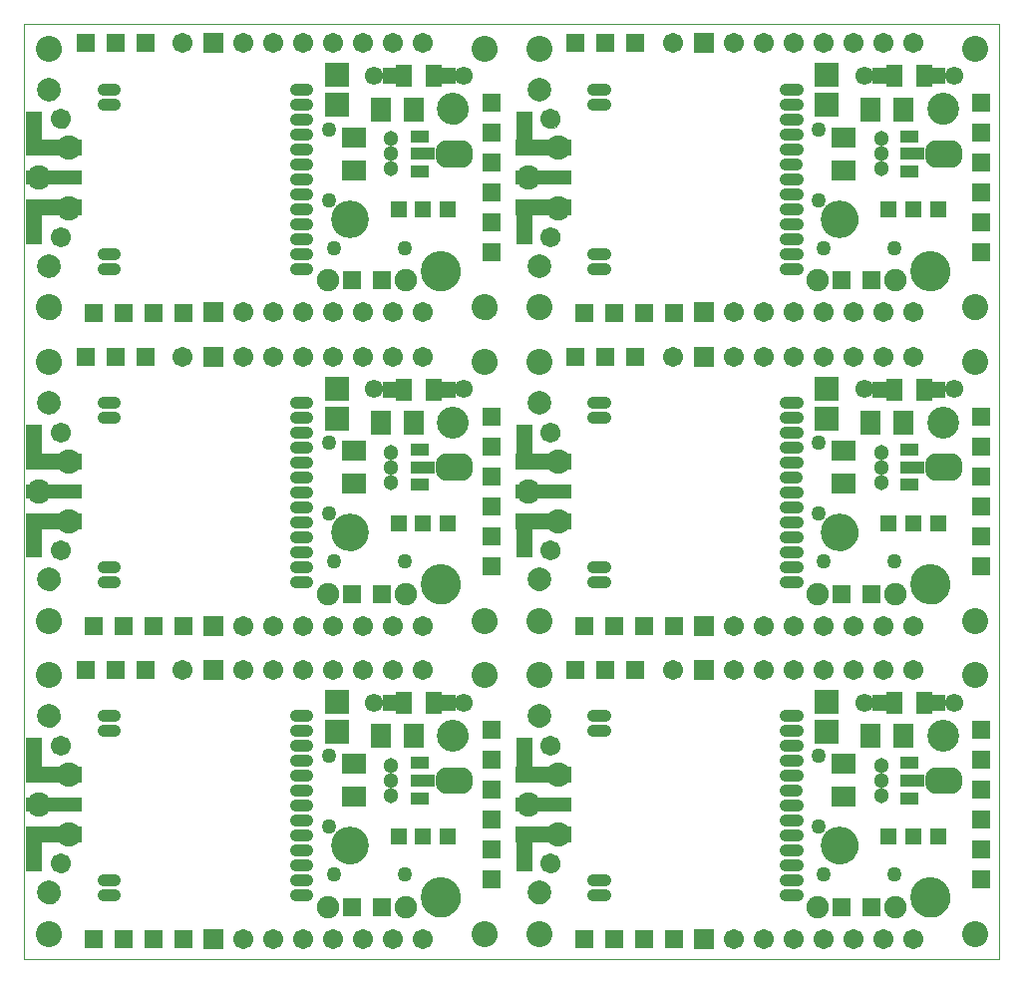
<source format=gts>
G75*
%MOIN*%
%OFA0B0*%
%FSLAX24Y24*%
%IPPOS*%
%LPD*%
%AMOC8*
5,1,8,0,0,1.08239X$1,22.5*
%
%ADD10C,0.0000*%
%ADD11C,0.1340*%
%ADD12C,0.0671*%
%ADD13C,0.1261*%
%ADD14C,0.1064*%
%ADD15C,0.0867*%
%ADD16C,0.0789*%
%ADD17R,0.0789X0.0789*%
%ADD18R,0.0611X0.0611*%
%ADD19R,0.0671X0.0671*%
%ADD20C,0.0808*%
%ADD21R,0.1880X0.0530*%
%ADD22R,0.1880X0.0480*%
%ADD23C,0.0496*%
%ADD24R,0.0631X0.0395*%
%ADD25R,0.0828X0.0395*%
%ADD26C,0.0660*%
%ADD27R,0.0789X0.0710*%
%ADD28R,0.0710X0.0789*%
%ADD29R,0.0580X0.0580*%
%ADD30C,0.0749*%
%ADD31R,0.0552X0.0552*%
%ADD32C,0.0611*%
%ADD33C,0.0513*%
%ADD34R,0.0580X0.0724*%
%ADD35C,0.0395*%
%ADD36R,0.0417X0.0417*%
D10*
X004227Y000218D02*
X036825Y000218D01*
X036825Y031478D01*
X004227Y031478D01*
X004227Y000218D01*
X004659Y001045D02*
X004661Y001084D01*
X004667Y001123D01*
X004677Y001161D01*
X004690Y001198D01*
X004707Y001233D01*
X004727Y001267D01*
X004751Y001298D01*
X004778Y001327D01*
X004807Y001353D01*
X004839Y001376D01*
X004873Y001396D01*
X004909Y001412D01*
X004946Y001424D01*
X004985Y001433D01*
X005024Y001438D01*
X005063Y001439D01*
X005102Y001436D01*
X005141Y001429D01*
X005178Y001418D01*
X005215Y001404D01*
X005250Y001386D01*
X005283Y001365D01*
X005314Y001340D01*
X005342Y001313D01*
X005367Y001283D01*
X005389Y001250D01*
X005408Y001216D01*
X005423Y001180D01*
X005435Y001142D01*
X005443Y001104D01*
X005447Y001065D01*
X005447Y001025D01*
X005443Y000986D01*
X005435Y000948D01*
X005423Y000910D01*
X005408Y000874D01*
X005389Y000840D01*
X005367Y000807D01*
X005342Y000777D01*
X005314Y000750D01*
X005283Y000725D01*
X005250Y000704D01*
X005215Y000686D01*
X005178Y000672D01*
X005141Y000661D01*
X005102Y000654D01*
X005063Y000651D01*
X005024Y000652D01*
X004985Y000657D01*
X004946Y000666D01*
X004909Y000678D01*
X004873Y000694D01*
X004839Y000714D01*
X004807Y000737D01*
X004778Y000763D01*
X004751Y000792D01*
X004727Y000823D01*
X004707Y000857D01*
X004690Y000892D01*
X004677Y000929D01*
X004667Y000967D01*
X004661Y001006D01*
X004659Y001045D01*
X004699Y002423D02*
X004701Y002460D01*
X004707Y002497D01*
X004716Y002532D01*
X004730Y002567D01*
X004746Y002600D01*
X004767Y002631D01*
X004790Y002660D01*
X004816Y002686D01*
X004845Y002709D01*
X004876Y002730D01*
X004909Y002746D01*
X004944Y002760D01*
X004979Y002769D01*
X005016Y002775D01*
X005053Y002777D01*
X005090Y002775D01*
X005127Y002769D01*
X005162Y002760D01*
X005197Y002746D01*
X005230Y002730D01*
X005261Y002709D01*
X005290Y002686D01*
X005316Y002660D01*
X005339Y002631D01*
X005360Y002600D01*
X005376Y002567D01*
X005390Y002532D01*
X005399Y002497D01*
X005405Y002460D01*
X005407Y002423D01*
X005405Y002386D01*
X005399Y002349D01*
X005390Y002314D01*
X005376Y002279D01*
X005360Y002246D01*
X005339Y002215D01*
X005316Y002186D01*
X005290Y002160D01*
X005261Y002137D01*
X005230Y002116D01*
X005197Y002100D01*
X005162Y002086D01*
X005127Y002077D01*
X005090Y002071D01*
X005053Y002069D01*
X005016Y002071D01*
X004979Y002077D01*
X004944Y002086D01*
X004909Y002100D01*
X004876Y002116D01*
X004845Y002137D01*
X004816Y002160D01*
X004790Y002186D01*
X004767Y002215D01*
X004746Y002246D01*
X004730Y002279D01*
X004716Y002314D01*
X004707Y002349D01*
X004701Y002386D01*
X004699Y002423D01*
X005152Y003407D02*
X005154Y003441D01*
X005160Y003475D01*
X005170Y003508D01*
X005183Y003539D01*
X005201Y003569D01*
X005221Y003597D01*
X005245Y003622D01*
X005271Y003644D01*
X005299Y003662D01*
X005330Y003678D01*
X005362Y003690D01*
X005396Y003698D01*
X005430Y003702D01*
X005464Y003702D01*
X005498Y003698D01*
X005532Y003690D01*
X005564Y003678D01*
X005594Y003662D01*
X005623Y003644D01*
X005649Y003622D01*
X005673Y003597D01*
X005693Y003569D01*
X005711Y003539D01*
X005724Y003508D01*
X005734Y003475D01*
X005740Y003441D01*
X005742Y003407D01*
X005740Y003373D01*
X005734Y003339D01*
X005724Y003306D01*
X005711Y003275D01*
X005693Y003245D01*
X005673Y003217D01*
X005649Y003192D01*
X005623Y003170D01*
X005595Y003152D01*
X005564Y003136D01*
X005532Y003124D01*
X005498Y003116D01*
X005464Y003112D01*
X005430Y003112D01*
X005396Y003116D01*
X005362Y003124D01*
X005330Y003136D01*
X005299Y003152D01*
X005271Y003170D01*
X005245Y003192D01*
X005221Y003217D01*
X005201Y003245D01*
X005183Y003275D01*
X005170Y003306D01*
X005160Y003339D01*
X005154Y003373D01*
X005152Y003407D01*
X005152Y007344D02*
X005154Y007378D01*
X005160Y007412D01*
X005170Y007445D01*
X005183Y007476D01*
X005201Y007506D01*
X005221Y007534D01*
X005245Y007559D01*
X005271Y007581D01*
X005299Y007599D01*
X005330Y007615D01*
X005362Y007627D01*
X005396Y007635D01*
X005430Y007639D01*
X005464Y007639D01*
X005498Y007635D01*
X005532Y007627D01*
X005564Y007615D01*
X005594Y007599D01*
X005623Y007581D01*
X005649Y007559D01*
X005673Y007534D01*
X005693Y007506D01*
X005711Y007476D01*
X005724Y007445D01*
X005734Y007412D01*
X005740Y007378D01*
X005742Y007344D01*
X005740Y007310D01*
X005734Y007276D01*
X005724Y007243D01*
X005711Y007212D01*
X005693Y007182D01*
X005673Y007154D01*
X005649Y007129D01*
X005623Y007107D01*
X005595Y007089D01*
X005564Y007073D01*
X005532Y007061D01*
X005498Y007053D01*
X005464Y007049D01*
X005430Y007049D01*
X005396Y007053D01*
X005362Y007061D01*
X005330Y007073D01*
X005299Y007089D01*
X005271Y007107D01*
X005245Y007129D01*
X005221Y007154D01*
X005201Y007182D01*
X005183Y007212D01*
X005170Y007243D01*
X005160Y007276D01*
X005154Y007310D01*
X005152Y007344D01*
X004699Y008328D02*
X004701Y008365D01*
X004707Y008402D01*
X004716Y008437D01*
X004730Y008472D01*
X004746Y008505D01*
X004767Y008536D01*
X004790Y008565D01*
X004816Y008591D01*
X004845Y008614D01*
X004876Y008635D01*
X004909Y008651D01*
X004944Y008665D01*
X004979Y008674D01*
X005016Y008680D01*
X005053Y008682D01*
X005090Y008680D01*
X005127Y008674D01*
X005162Y008665D01*
X005197Y008651D01*
X005230Y008635D01*
X005261Y008614D01*
X005290Y008591D01*
X005316Y008565D01*
X005339Y008536D01*
X005360Y008505D01*
X005376Y008472D01*
X005390Y008437D01*
X005399Y008402D01*
X005405Y008365D01*
X005407Y008328D01*
X005405Y008291D01*
X005399Y008254D01*
X005390Y008219D01*
X005376Y008184D01*
X005360Y008151D01*
X005339Y008120D01*
X005316Y008091D01*
X005290Y008065D01*
X005261Y008042D01*
X005230Y008021D01*
X005197Y008005D01*
X005162Y007991D01*
X005127Y007982D01*
X005090Y007976D01*
X005053Y007974D01*
X005016Y007976D01*
X004979Y007982D01*
X004944Y007991D01*
X004909Y008005D01*
X004876Y008021D01*
X004845Y008042D01*
X004816Y008065D01*
X004790Y008091D01*
X004767Y008120D01*
X004746Y008151D01*
X004730Y008184D01*
X004716Y008219D01*
X004707Y008254D01*
X004701Y008291D01*
X004699Y008328D01*
X004659Y009706D02*
X004661Y009745D01*
X004667Y009784D01*
X004677Y009822D01*
X004690Y009859D01*
X004707Y009894D01*
X004727Y009928D01*
X004751Y009959D01*
X004778Y009988D01*
X004807Y010014D01*
X004839Y010037D01*
X004873Y010057D01*
X004909Y010073D01*
X004946Y010085D01*
X004985Y010094D01*
X005024Y010099D01*
X005063Y010100D01*
X005102Y010097D01*
X005141Y010090D01*
X005178Y010079D01*
X005215Y010065D01*
X005250Y010047D01*
X005283Y010026D01*
X005314Y010001D01*
X005342Y009974D01*
X005367Y009944D01*
X005389Y009911D01*
X005408Y009877D01*
X005423Y009841D01*
X005435Y009803D01*
X005443Y009765D01*
X005447Y009726D01*
X005447Y009686D01*
X005443Y009647D01*
X005435Y009609D01*
X005423Y009571D01*
X005408Y009535D01*
X005389Y009501D01*
X005367Y009468D01*
X005342Y009438D01*
X005314Y009411D01*
X005283Y009386D01*
X005250Y009365D01*
X005215Y009347D01*
X005178Y009333D01*
X005141Y009322D01*
X005102Y009315D01*
X005063Y009312D01*
X005024Y009313D01*
X004985Y009318D01*
X004946Y009327D01*
X004909Y009339D01*
X004873Y009355D01*
X004839Y009375D01*
X004807Y009398D01*
X004778Y009424D01*
X004751Y009453D01*
X004727Y009484D01*
X004707Y009518D01*
X004690Y009553D01*
X004677Y009590D01*
X004667Y009628D01*
X004661Y009667D01*
X004659Y009706D01*
X004659Y011517D02*
X004661Y011556D01*
X004667Y011595D01*
X004677Y011633D01*
X004690Y011670D01*
X004707Y011705D01*
X004727Y011739D01*
X004751Y011770D01*
X004778Y011799D01*
X004807Y011825D01*
X004839Y011848D01*
X004873Y011868D01*
X004909Y011884D01*
X004946Y011896D01*
X004985Y011905D01*
X005024Y011910D01*
X005063Y011911D01*
X005102Y011908D01*
X005141Y011901D01*
X005178Y011890D01*
X005215Y011876D01*
X005250Y011858D01*
X005283Y011837D01*
X005314Y011812D01*
X005342Y011785D01*
X005367Y011755D01*
X005389Y011722D01*
X005408Y011688D01*
X005423Y011652D01*
X005435Y011614D01*
X005443Y011576D01*
X005447Y011537D01*
X005447Y011497D01*
X005443Y011458D01*
X005435Y011420D01*
X005423Y011382D01*
X005408Y011346D01*
X005389Y011312D01*
X005367Y011279D01*
X005342Y011249D01*
X005314Y011222D01*
X005283Y011197D01*
X005250Y011176D01*
X005215Y011158D01*
X005178Y011144D01*
X005141Y011133D01*
X005102Y011126D01*
X005063Y011123D01*
X005024Y011124D01*
X004985Y011129D01*
X004946Y011138D01*
X004909Y011150D01*
X004873Y011166D01*
X004839Y011186D01*
X004807Y011209D01*
X004778Y011235D01*
X004751Y011264D01*
X004727Y011295D01*
X004707Y011329D01*
X004690Y011364D01*
X004677Y011401D01*
X004667Y011439D01*
X004661Y011478D01*
X004659Y011517D01*
X004699Y012895D02*
X004701Y012932D01*
X004707Y012969D01*
X004716Y013004D01*
X004730Y013039D01*
X004746Y013072D01*
X004767Y013103D01*
X004790Y013132D01*
X004816Y013158D01*
X004845Y013181D01*
X004876Y013202D01*
X004909Y013218D01*
X004944Y013232D01*
X004979Y013241D01*
X005016Y013247D01*
X005053Y013249D01*
X005090Y013247D01*
X005127Y013241D01*
X005162Y013232D01*
X005197Y013218D01*
X005230Y013202D01*
X005261Y013181D01*
X005290Y013158D01*
X005316Y013132D01*
X005339Y013103D01*
X005360Y013072D01*
X005376Y013039D01*
X005390Y013004D01*
X005399Y012969D01*
X005405Y012932D01*
X005407Y012895D01*
X005405Y012858D01*
X005399Y012821D01*
X005390Y012786D01*
X005376Y012751D01*
X005360Y012718D01*
X005339Y012687D01*
X005316Y012658D01*
X005290Y012632D01*
X005261Y012609D01*
X005230Y012588D01*
X005197Y012572D01*
X005162Y012558D01*
X005127Y012549D01*
X005090Y012543D01*
X005053Y012541D01*
X005016Y012543D01*
X004979Y012549D01*
X004944Y012558D01*
X004909Y012572D01*
X004876Y012588D01*
X004845Y012609D01*
X004816Y012632D01*
X004790Y012658D01*
X004767Y012687D01*
X004746Y012718D01*
X004730Y012751D01*
X004716Y012786D01*
X004707Y012821D01*
X004701Y012858D01*
X004699Y012895D01*
X005152Y013880D02*
X005154Y013914D01*
X005160Y013948D01*
X005170Y013981D01*
X005183Y014012D01*
X005201Y014042D01*
X005221Y014070D01*
X005245Y014095D01*
X005271Y014117D01*
X005299Y014135D01*
X005330Y014151D01*
X005362Y014163D01*
X005396Y014171D01*
X005430Y014175D01*
X005464Y014175D01*
X005498Y014171D01*
X005532Y014163D01*
X005564Y014151D01*
X005594Y014135D01*
X005623Y014117D01*
X005649Y014095D01*
X005673Y014070D01*
X005693Y014042D01*
X005711Y014012D01*
X005724Y013981D01*
X005734Y013948D01*
X005740Y013914D01*
X005742Y013880D01*
X005740Y013846D01*
X005734Y013812D01*
X005724Y013779D01*
X005711Y013748D01*
X005693Y013718D01*
X005673Y013690D01*
X005649Y013665D01*
X005623Y013643D01*
X005595Y013625D01*
X005564Y013609D01*
X005532Y013597D01*
X005498Y013589D01*
X005464Y013585D01*
X005430Y013585D01*
X005396Y013589D01*
X005362Y013597D01*
X005330Y013609D01*
X005299Y013625D01*
X005271Y013643D01*
X005245Y013665D01*
X005221Y013690D01*
X005201Y013718D01*
X005183Y013748D01*
X005170Y013779D01*
X005160Y013812D01*
X005154Y013846D01*
X005152Y013880D01*
X005152Y017817D02*
X005154Y017851D01*
X005160Y017885D01*
X005170Y017918D01*
X005183Y017949D01*
X005201Y017979D01*
X005221Y018007D01*
X005245Y018032D01*
X005271Y018054D01*
X005299Y018072D01*
X005330Y018088D01*
X005362Y018100D01*
X005396Y018108D01*
X005430Y018112D01*
X005464Y018112D01*
X005498Y018108D01*
X005532Y018100D01*
X005564Y018088D01*
X005594Y018072D01*
X005623Y018054D01*
X005649Y018032D01*
X005673Y018007D01*
X005693Y017979D01*
X005711Y017949D01*
X005724Y017918D01*
X005734Y017885D01*
X005740Y017851D01*
X005742Y017817D01*
X005740Y017783D01*
X005734Y017749D01*
X005724Y017716D01*
X005711Y017685D01*
X005693Y017655D01*
X005673Y017627D01*
X005649Y017602D01*
X005623Y017580D01*
X005595Y017562D01*
X005564Y017546D01*
X005532Y017534D01*
X005498Y017526D01*
X005464Y017522D01*
X005430Y017522D01*
X005396Y017526D01*
X005362Y017534D01*
X005330Y017546D01*
X005299Y017562D01*
X005271Y017580D01*
X005245Y017602D01*
X005221Y017627D01*
X005201Y017655D01*
X005183Y017685D01*
X005170Y017716D01*
X005160Y017749D01*
X005154Y017783D01*
X005152Y017817D01*
X004699Y018801D02*
X004701Y018838D01*
X004707Y018875D01*
X004716Y018910D01*
X004730Y018945D01*
X004746Y018978D01*
X004767Y019009D01*
X004790Y019038D01*
X004816Y019064D01*
X004845Y019087D01*
X004876Y019108D01*
X004909Y019124D01*
X004944Y019138D01*
X004979Y019147D01*
X005016Y019153D01*
X005053Y019155D01*
X005090Y019153D01*
X005127Y019147D01*
X005162Y019138D01*
X005197Y019124D01*
X005230Y019108D01*
X005261Y019087D01*
X005290Y019064D01*
X005316Y019038D01*
X005339Y019009D01*
X005360Y018978D01*
X005376Y018945D01*
X005390Y018910D01*
X005399Y018875D01*
X005405Y018838D01*
X005407Y018801D01*
X005405Y018764D01*
X005399Y018727D01*
X005390Y018692D01*
X005376Y018657D01*
X005360Y018624D01*
X005339Y018593D01*
X005316Y018564D01*
X005290Y018538D01*
X005261Y018515D01*
X005230Y018494D01*
X005197Y018478D01*
X005162Y018464D01*
X005127Y018455D01*
X005090Y018449D01*
X005053Y018447D01*
X005016Y018449D01*
X004979Y018455D01*
X004944Y018464D01*
X004909Y018478D01*
X004876Y018494D01*
X004845Y018515D01*
X004816Y018538D01*
X004790Y018564D01*
X004767Y018593D01*
X004746Y018624D01*
X004730Y018657D01*
X004716Y018692D01*
X004707Y018727D01*
X004701Y018764D01*
X004699Y018801D01*
X004659Y020179D02*
X004661Y020218D01*
X004667Y020257D01*
X004677Y020295D01*
X004690Y020332D01*
X004707Y020367D01*
X004727Y020401D01*
X004751Y020432D01*
X004778Y020461D01*
X004807Y020487D01*
X004839Y020510D01*
X004873Y020530D01*
X004909Y020546D01*
X004946Y020558D01*
X004985Y020567D01*
X005024Y020572D01*
X005063Y020573D01*
X005102Y020570D01*
X005141Y020563D01*
X005178Y020552D01*
X005215Y020538D01*
X005250Y020520D01*
X005283Y020499D01*
X005314Y020474D01*
X005342Y020447D01*
X005367Y020417D01*
X005389Y020384D01*
X005408Y020350D01*
X005423Y020314D01*
X005435Y020276D01*
X005443Y020238D01*
X005447Y020199D01*
X005447Y020159D01*
X005443Y020120D01*
X005435Y020082D01*
X005423Y020044D01*
X005408Y020008D01*
X005389Y019974D01*
X005367Y019941D01*
X005342Y019911D01*
X005314Y019884D01*
X005283Y019859D01*
X005250Y019838D01*
X005215Y019820D01*
X005178Y019806D01*
X005141Y019795D01*
X005102Y019788D01*
X005063Y019785D01*
X005024Y019786D01*
X004985Y019791D01*
X004946Y019800D01*
X004909Y019812D01*
X004873Y019828D01*
X004839Y019848D01*
X004807Y019871D01*
X004778Y019897D01*
X004751Y019926D01*
X004727Y019957D01*
X004707Y019991D01*
X004690Y020026D01*
X004677Y020063D01*
X004667Y020101D01*
X004661Y020140D01*
X004659Y020179D01*
X004659Y021990D02*
X004661Y022029D01*
X004667Y022068D01*
X004677Y022106D01*
X004690Y022143D01*
X004707Y022178D01*
X004727Y022212D01*
X004751Y022243D01*
X004778Y022272D01*
X004807Y022298D01*
X004839Y022321D01*
X004873Y022341D01*
X004909Y022357D01*
X004946Y022369D01*
X004985Y022378D01*
X005024Y022383D01*
X005063Y022384D01*
X005102Y022381D01*
X005141Y022374D01*
X005178Y022363D01*
X005215Y022349D01*
X005250Y022331D01*
X005283Y022310D01*
X005314Y022285D01*
X005342Y022258D01*
X005367Y022228D01*
X005389Y022195D01*
X005408Y022161D01*
X005423Y022125D01*
X005435Y022087D01*
X005443Y022049D01*
X005447Y022010D01*
X005447Y021970D01*
X005443Y021931D01*
X005435Y021893D01*
X005423Y021855D01*
X005408Y021819D01*
X005389Y021785D01*
X005367Y021752D01*
X005342Y021722D01*
X005314Y021695D01*
X005283Y021670D01*
X005250Y021649D01*
X005215Y021631D01*
X005178Y021617D01*
X005141Y021606D01*
X005102Y021599D01*
X005063Y021596D01*
X005024Y021597D01*
X004985Y021602D01*
X004946Y021611D01*
X004909Y021623D01*
X004873Y021639D01*
X004839Y021659D01*
X004807Y021682D01*
X004778Y021708D01*
X004751Y021737D01*
X004727Y021768D01*
X004707Y021802D01*
X004690Y021837D01*
X004677Y021874D01*
X004667Y021912D01*
X004661Y021951D01*
X004659Y021990D01*
X004699Y023368D02*
X004701Y023405D01*
X004707Y023442D01*
X004716Y023477D01*
X004730Y023512D01*
X004746Y023545D01*
X004767Y023576D01*
X004790Y023605D01*
X004816Y023631D01*
X004845Y023654D01*
X004876Y023675D01*
X004909Y023691D01*
X004944Y023705D01*
X004979Y023714D01*
X005016Y023720D01*
X005053Y023722D01*
X005090Y023720D01*
X005127Y023714D01*
X005162Y023705D01*
X005197Y023691D01*
X005230Y023675D01*
X005261Y023654D01*
X005290Y023631D01*
X005316Y023605D01*
X005339Y023576D01*
X005360Y023545D01*
X005376Y023512D01*
X005390Y023477D01*
X005399Y023442D01*
X005405Y023405D01*
X005407Y023368D01*
X005405Y023331D01*
X005399Y023294D01*
X005390Y023259D01*
X005376Y023224D01*
X005360Y023191D01*
X005339Y023160D01*
X005316Y023131D01*
X005290Y023105D01*
X005261Y023082D01*
X005230Y023061D01*
X005197Y023045D01*
X005162Y023031D01*
X005127Y023022D01*
X005090Y023016D01*
X005053Y023014D01*
X005016Y023016D01*
X004979Y023022D01*
X004944Y023031D01*
X004909Y023045D01*
X004876Y023061D01*
X004845Y023082D01*
X004816Y023105D01*
X004790Y023131D01*
X004767Y023160D01*
X004746Y023191D01*
X004730Y023224D01*
X004716Y023259D01*
X004707Y023294D01*
X004701Y023331D01*
X004699Y023368D01*
X005152Y024352D02*
X005154Y024386D01*
X005160Y024420D01*
X005170Y024453D01*
X005183Y024484D01*
X005201Y024514D01*
X005221Y024542D01*
X005245Y024567D01*
X005271Y024589D01*
X005299Y024607D01*
X005330Y024623D01*
X005362Y024635D01*
X005396Y024643D01*
X005430Y024647D01*
X005464Y024647D01*
X005498Y024643D01*
X005532Y024635D01*
X005564Y024623D01*
X005594Y024607D01*
X005623Y024589D01*
X005649Y024567D01*
X005673Y024542D01*
X005693Y024514D01*
X005711Y024484D01*
X005724Y024453D01*
X005734Y024420D01*
X005740Y024386D01*
X005742Y024352D01*
X005740Y024318D01*
X005734Y024284D01*
X005724Y024251D01*
X005711Y024220D01*
X005693Y024190D01*
X005673Y024162D01*
X005649Y024137D01*
X005623Y024115D01*
X005595Y024097D01*
X005564Y024081D01*
X005532Y024069D01*
X005498Y024061D01*
X005464Y024057D01*
X005430Y024057D01*
X005396Y024061D01*
X005362Y024069D01*
X005330Y024081D01*
X005299Y024097D01*
X005271Y024115D01*
X005245Y024137D01*
X005221Y024162D01*
X005201Y024190D01*
X005183Y024220D01*
X005170Y024251D01*
X005160Y024284D01*
X005154Y024318D01*
X005152Y024352D01*
X005152Y028289D02*
X005154Y028323D01*
X005160Y028357D01*
X005170Y028390D01*
X005183Y028421D01*
X005201Y028451D01*
X005221Y028479D01*
X005245Y028504D01*
X005271Y028526D01*
X005299Y028544D01*
X005330Y028560D01*
X005362Y028572D01*
X005396Y028580D01*
X005430Y028584D01*
X005464Y028584D01*
X005498Y028580D01*
X005532Y028572D01*
X005564Y028560D01*
X005594Y028544D01*
X005623Y028526D01*
X005649Y028504D01*
X005673Y028479D01*
X005693Y028451D01*
X005711Y028421D01*
X005724Y028390D01*
X005734Y028357D01*
X005740Y028323D01*
X005742Y028289D01*
X005740Y028255D01*
X005734Y028221D01*
X005724Y028188D01*
X005711Y028157D01*
X005693Y028127D01*
X005673Y028099D01*
X005649Y028074D01*
X005623Y028052D01*
X005595Y028034D01*
X005564Y028018D01*
X005532Y028006D01*
X005498Y027998D01*
X005464Y027994D01*
X005430Y027994D01*
X005396Y027998D01*
X005362Y028006D01*
X005330Y028018D01*
X005299Y028034D01*
X005271Y028052D01*
X005245Y028074D01*
X005221Y028099D01*
X005201Y028127D01*
X005183Y028157D01*
X005170Y028188D01*
X005160Y028221D01*
X005154Y028255D01*
X005152Y028289D01*
X004699Y029273D02*
X004701Y029310D01*
X004707Y029347D01*
X004716Y029382D01*
X004730Y029417D01*
X004746Y029450D01*
X004767Y029481D01*
X004790Y029510D01*
X004816Y029536D01*
X004845Y029559D01*
X004876Y029580D01*
X004909Y029596D01*
X004944Y029610D01*
X004979Y029619D01*
X005016Y029625D01*
X005053Y029627D01*
X005090Y029625D01*
X005127Y029619D01*
X005162Y029610D01*
X005197Y029596D01*
X005230Y029580D01*
X005261Y029559D01*
X005290Y029536D01*
X005316Y029510D01*
X005339Y029481D01*
X005360Y029450D01*
X005376Y029417D01*
X005390Y029382D01*
X005399Y029347D01*
X005405Y029310D01*
X005407Y029273D01*
X005405Y029236D01*
X005399Y029199D01*
X005390Y029164D01*
X005376Y029129D01*
X005360Y029096D01*
X005339Y029065D01*
X005316Y029036D01*
X005290Y029010D01*
X005261Y028987D01*
X005230Y028966D01*
X005197Y028950D01*
X005162Y028936D01*
X005127Y028927D01*
X005090Y028921D01*
X005053Y028919D01*
X005016Y028921D01*
X004979Y028927D01*
X004944Y028936D01*
X004909Y028950D01*
X004876Y028966D01*
X004845Y028987D01*
X004816Y029010D01*
X004790Y029036D01*
X004767Y029065D01*
X004746Y029096D01*
X004730Y029129D01*
X004716Y029164D01*
X004707Y029199D01*
X004701Y029236D01*
X004699Y029273D01*
X004659Y030651D02*
X004661Y030690D01*
X004667Y030729D01*
X004677Y030767D01*
X004690Y030804D01*
X004707Y030839D01*
X004727Y030873D01*
X004751Y030904D01*
X004778Y030933D01*
X004807Y030959D01*
X004839Y030982D01*
X004873Y031002D01*
X004909Y031018D01*
X004946Y031030D01*
X004985Y031039D01*
X005024Y031044D01*
X005063Y031045D01*
X005102Y031042D01*
X005141Y031035D01*
X005178Y031024D01*
X005215Y031010D01*
X005250Y030992D01*
X005283Y030971D01*
X005314Y030946D01*
X005342Y030919D01*
X005367Y030889D01*
X005389Y030856D01*
X005408Y030822D01*
X005423Y030786D01*
X005435Y030748D01*
X005443Y030710D01*
X005447Y030671D01*
X005447Y030631D01*
X005443Y030592D01*
X005435Y030554D01*
X005423Y030516D01*
X005408Y030480D01*
X005389Y030446D01*
X005367Y030413D01*
X005342Y030383D01*
X005314Y030356D01*
X005283Y030331D01*
X005250Y030310D01*
X005215Y030292D01*
X005178Y030278D01*
X005141Y030267D01*
X005102Y030260D01*
X005063Y030257D01*
X005024Y030258D01*
X004985Y030263D01*
X004946Y030272D01*
X004909Y030284D01*
X004873Y030300D01*
X004839Y030320D01*
X004807Y030343D01*
X004778Y030369D01*
X004751Y030398D01*
X004727Y030429D01*
X004707Y030463D01*
X004690Y030498D01*
X004677Y030535D01*
X004667Y030573D01*
X004661Y030612D01*
X004659Y030651D01*
X014514Y024943D02*
X014516Y024991D01*
X014522Y025039D01*
X014532Y025086D01*
X014545Y025132D01*
X014563Y025177D01*
X014583Y025221D01*
X014608Y025263D01*
X014636Y025302D01*
X014666Y025339D01*
X014700Y025373D01*
X014737Y025405D01*
X014775Y025434D01*
X014816Y025459D01*
X014859Y025481D01*
X014904Y025499D01*
X014950Y025513D01*
X014997Y025524D01*
X015045Y025531D01*
X015093Y025534D01*
X015141Y025533D01*
X015189Y025528D01*
X015237Y025519D01*
X015283Y025507D01*
X015328Y025490D01*
X015372Y025470D01*
X015414Y025447D01*
X015454Y025420D01*
X015492Y025390D01*
X015527Y025357D01*
X015559Y025321D01*
X015589Y025283D01*
X015615Y025242D01*
X015637Y025199D01*
X015657Y025155D01*
X015672Y025110D01*
X015684Y025063D01*
X015692Y025015D01*
X015696Y024967D01*
X015696Y024919D01*
X015692Y024871D01*
X015684Y024823D01*
X015672Y024776D01*
X015657Y024731D01*
X015637Y024687D01*
X015615Y024644D01*
X015589Y024603D01*
X015559Y024565D01*
X015527Y024529D01*
X015492Y024496D01*
X015454Y024466D01*
X015414Y024439D01*
X015372Y024416D01*
X015328Y024396D01*
X015283Y024379D01*
X015237Y024367D01*
X015189Y024358D01*
X015141Y024353D01*
X015093Y024352D01*
X015045Y024355D01*
X014997Y024362D01*
X014950Y024373D01*
X014904Y024387D01*
X014859Y024405D01*
X014816Y024427D01*
X014775Y024452D01*
X014737Y024481D01*
X014700Y024513D01*
X014666Y024547D01*
X014636Y024584D01*
X014608Y024623D01*
X014583Y024665D01*
X014563Y024709D01*
X014545Y024754D01*
X014532Y024800D01*
X014522Y024847D01*
X014516Y024895D01*
X014514Y024943D01*
X017514Y023198D02*
X017516Y023248D01*
X017522Y023298D01*
X017532Y023347D01*
X017546Y023395D01*
X017563Y023442D01*
X017584Y023487D01*
X017609Y023531D01*
X017637Y023572D01*
X017669Y023611D01*
X017703Y023648D01*
X017740Y023682D01*
X017780Y023712D01*
X017822Y023739D01*
X017866Y023763D01*
X017912Y023784D01*
X017959Y023800D01*
X018007Y023813D01*
X018057Y023822D01*
X018106Y023827D01*
X018157Y023828D01*
X018207Y023825D01*
X018256Y023818D01*
X018305Y023807D01*
X018353Y023792D01*
X018399Y023774D01*
X018444Y023752D01*
X018487Y023726D01*
X018528Y023697D01*
X018567Y023665D01*
X018603Y023630D01*
X018635Y023592D01*
X018665Y023552D01*
X018692Y023509D01*
X018715Y023465D01*
X018734Y023419D01*
X018750Y023371D01*
X018762Y023322D01*
X018770Y023273D01*
X018774Y023223D01*
X018774Y023173D01*
X018770Y023123D01*
X018762Y023074D01*
X018750Y023025D01*
X018734Y022977D01*
X018715Y022931D01*
X018692Y022887D01*
X018665Y022844D01*
X018635Y022804D01*
X018603Y022766D01*
X018567Y022731D01*
X018528Y022699D01*
X018487Y022670D01*
X018444Y022644D01*
X018399Y022622D01*
X018353Y022604D01*
X018305Y022589D01*
X018256Y022578D01*
X018207Y022571D01*
X018157Y022568D01*
X018106Y022569D01*
X018057Y022574D01*
X018007Y022583D01*
X017959Y022596D01*
X017912Y022612D01*
X017866Y022633D01*
X017822Y022657D01*
X017780Y022684D01*
X017740Y022714D01*
X017703Y022748D01*
X017669Y022785D01*
X017637Y022824D01*
X017609Y022865D01*
X017584Y022909D01*
X017563Y022954D01*
X017546Y023001D01*
X017532Y023049D01*
X017522Y023098D01*
X017516Y023148D01*
X017514Y023198D01*
X019226Y021990D02*
X019228Y022029D01*
X019234Y022068D01*
X019244Y022106D01*
X019257Y022143D01*
X019274Y022178D01*
X019294Y022212D01*
X019318Y022243D01*
X019345Y022272D01*
X019374Y022298D01*
X019406Y022321D01*
X019440Y022341D01*
X019476Y022357D01*
X019513Y022369D01*
X019552Y022378D01*
X019591Y022383D01*
X019630Y022384D01*
X019669Y022381D01*
X019708Y022374D01*
X019745Y022363D01*
X019782Y022349D01*
X019817Y022331D01*
X019850Y022310D01*
X019881Y022285D01*
X019909Y022258D01*
X019934Y022228D01*
X019956Y022195D01*
X019975Y022161D01*
X019990Y022125D01*
X020002Y022087D01*
X020010Y022049D01*
X020014Y022010D01*
X020014Y021970D01*
X020010Y021931D01*
X020002Y021893D01*
X019990Y021855D01*
X019975Y021819D01*
X019956Y021785D01*
X019934Y021752D01*
X019909Y021722D01*
X019881Y021695D01*
X019850Y021670D01*
X019817Y021649D01*
X019782Y021631D01*
X019745Y021617D01*
X019708Y021606D01*
X019669Y021599D01*
X019630Y021596D01*
X019591Y021597D01*
X019552Y021602D01*
X019513Y021611D01*
X019476Y021623D01*
X019440Y021639D01*
X019406Y021659D01*
X019374Y021682D01*
X019345Y021708D01*
X019318Y021737D01*
X019294Y021768D01*
X019274Y021802D01*
X019257Y021837D01*
X019244Y021874D01*
X019234Y021912D01*
X019228Y021951D01*
X019226Y021990D01*
X019226Y020179D02*
X019228Y020218D01*
X019234Y020257D01*
X019244Y020295D01*
X019257Y020332D01*
X019274Y020367D01*
X019294Y020401D01*
X019318Y020432D01*
X019345Y020461D01*
X019374Y020487D01*
X019406Y020510D01*
X019440Y020530D01*
X019476Y020546D01*
X019513Y020558D01*
X019552Y020567D01*
X019591Y020572D01*
X019630Y020573D01*
X019669Y020570D01*
X019708Y020563D01*
X019745Y020552D01*
X019782Y020538D01*
X019817Y020520D01*
X019850Y020499D01*
X019881Y020474D01*
X019909Y020447D01*
X019934Y020417D01*
X019956Y020384D01*
X019975Y020350D01*
X019990Y020314D01*
X020002Y020276D01*
X020010Y020238D01*
X020014Y020199D01*
X020014Y020159D01*
X020010Y020120D01*
X020002Y020082D01*
X019990Y020044D01*
X019975Y020008D01*
X019956Y019974D01*
X019934Y019941D01*
X019909Y019911D01*
X019881Y019884D01*
X019850Y019859D01*
X019817Y019838D01*
X019782Y019820D01*
X019745Y019806D01*
X019708Y019795D01*
X019669Y019788D01*
X019630Y019785D01*
X019591Y019786D01*
X019552Y019791D01*
X019513Y019800D01*
X019476Y019812D01*
X019440Y019828D01*
X019406Y019848D01*
X019374Y019871D01*
X019345Y019897D01*
X019318Y019926D01*
X019294Y019957D01*
X019274Y019991D01*
X019257Y020026D01*
X019244Y020063D01*
X019234Y020101D01*
X019228Y020140D01*
X019226Y020179D01*
X018061Y018151D02*
X018063Y018195D01*
X018069Y018239D01*
X018079Y018282D01*
X018092Y018324D01*
X018110Y018364D01*
X018131Y018403D01*
X018155Y018440D01*
X018182Y018475D01*
X018213Y018507D01*
X018246Y018536D01*
X018282Y018562D01*
X018320Y018584D01*
X018360Y018603D01*
X018401Y018619D01*
X018444Y018631D01*
X018487Y018639D01*
X018531Y018643D01*
X018575Y018643D01*
X018619Y018639D01*
X018662Y018631D01*
X018705Y018619D01*
X018746Y018603D01*
X018786Y018584D01*
X018824Y018562D01*
X018860Y018536D01*
X018893Y018507D01*
X018924Y018475D01*
X018951Y018440D01*
X018975Y018403D01*
X018996Y018364D01*
X019014Y018324D01*
X019027Y018282D01*
X019037Y018239D01*
X019043Y018195D01*
X019045Y018151D01*
X019043Y018107D01*
X019037Y018063D01*
X019027Y018020D01*
X019014Y017978D01*
X018996Y017938D01*
X018975Y017899D01*
X018951Y017862D01*
X018924Y017827D01*
X018893Y017795D01*
X018860Y017766D01*
X018824Y017740D01*
X018786Y017718D01*
X018746Y017699D01*
X018705Y017683D01*
X018662Y017671D01*
X018619Y017663D01*
X018575Y017659D01*
X018531Y017659D01*
X018487Y017663D01*
X018444Y017671D01*
X018401Y017683D01*
X018360Y017699D01*
X018320Y017718D01*
X018282Y017740D01*
X018246Y017766D01*
X018213Y017795D01*
X018182Y017827D01*
X018155Y017862D01*
X018131Y017899D01*
X018110Y017938D01*
X018092Y017978D01*
X018079Y018020D01*
X018069Y018063D01*
X018063Y018107D01*
X018061Y018151D01*
X021077Y018801D02*
X021079Y018838D01*
X021085Y018875D01*
X021094Y018910D01*
X021108Y018945D01*
X021124Y018978D01*
X021145Y019009D01*
X021168Y019038D01*
X021194Y019064D01*
X021223Y019087D01*
X021254Y019108D01*
X021287Y019124D01*
X021322Y019138D01*
X021357Y019147D01*
X021394Y019153D01*
X021431Y019155D01*
X021468Y019153D01*
X021505Y019147D01*
X021540Y019138D01*
X021575Y019124D01*
X021608Y019108D01*
X021639Y019087D01*
X021668Y019064D01*
X021694Y019038D01*
X021717Y019009D01*
X021738Y018978D01*
X021754Y018945D01*
X021768Y018910D01*
X021777Y018875D01*
X021783Y018838D01*
X021785Y018801D01*
X021783Y018764D01*
X021777Y018727D01*
X021768Y018692D01*
X021754Y018657D01*
X021738Y018624D01*
X021717Y018593D01*
X021694Y018564D01*
X021668Y018538D01*
X021639Y018515D01*
X021608Y018494D01*
X021575Y018478D01*
X021540Y018464D01*
X021505Y018455D01*
X021468Y018449D01*
X021431Y018447D01*
X021394Y018449D01*
X021357Y018455D01*
X021322Y018464D01*
X021287Y018478D01*
X021254Y018494D01*
X021223Y018515D01*
X021194Y018538D01*
X021168Y018564D01*
X021145Y018593D01*
X021124Y018624D01*
X021108Y018657D01*
X021094Y018692D01*
X021085Y018727D01*
X021079Y018764D01*
X021077Y018801D01*
X021530Y017817D02*
X021532Y017851D01*
X021538Y017885D01*
X021548Y017918D01*
X021561Y017949D01*
X021579Y017979D01*
X021599Y018007D01*
X021623Y018032D01*
X021649Y018054D01*
X021677Y018072D01*
X021708Y018088D01*
X021740Y018100D01*
X021774Y018108D01*
X021808Y018112D01*
X021842Y018112D01*
X021876Y018108D01*
X021910Y018100D01*
X021942Y018088D01*
X021972Y018072D01*
X022001Y018054D01*
X022027Y018032D01*
X022051Y018007D01*
X022071Y017979D01*
X022089Y017949D01*
X022102Y017918D01*
X022112Y017885D01*
X022118Y017851D01*
X022120Y017817D01*
X022118Y017783D01*
X022112Y017749D01*
X022102Y017716D01*
X022089Y017685D01*
X022071Y017655D01*
X022051Y017627D01*
X022027Y017602D01*
X022001Y017580D01*
X021973Y017562D01*
X021942Y017546D01*
X021910Y017534D01*
X021876Y017526D01*
X021842Y017522D01*
X021808Y017522D01*
X021774Y017526D01*
X021740Y017534D01*
X021708Y017546D01*
X021677Y017562D01*
X021649Y017580D01*
X021623Y017602D01*
X021599Y017627D01*
X021579Y017655D01*
X021561Y017685D01*
X021548Y017716D01*
X021538Y017749D01*
X021532Y017783D01*
X021530Y017817D01*
X021037Y020179D02*
X021039Y020218D01*
X021045Y020257D01*
X021055Y020295D01*
X021068Y020332D01*
X021085Y020367D01*
X021105Y020401D01*
X021129Y020432D01*
X021156Y020461D01*
X021185Y020487D01*
X021217Y020510D01*
X021251Y020530D01*
X021287Y020546D01*
X021324Y020558D01*
X021363Y020567D01*
X021402Y020572D01*
X021441Y020573D01*
X021480Y020570D01*
X021519Y020563D01*
X021556Y020552D01*
X021593Y020538D01*
X021628Y020520D01*
X021661Y020499D01*
X021692Y020474D01*
X021720Y020447D01*
X021745Y020417D01*
X021767Y020384D01*
X021786Y020350D01*
X021801Y020314D01*
X021813Y020276D01*
X021821Y020238D01*
X021825Y020199D01*
X021825Y020159D01*
X021821Y020120D01*
X021813Y020082D01*
X021801Y020044D01*
X021786Y020008D01*
X021767Y019974D01*
X021745Y019941D01*
X021720Y019911D01*
X021692Y019884D01*
X021661Y019859D01*
X021628Y019838D01*
X021593Y019820D01*
X021556Y019806D01*
X021519Y019795D01*
X021480Y019788D01*
X021441Y019785D01*
X021402Y019786D01*
X021363Y019791D01*
X021324Y019800D01*
X021287Y019812D01*
X021251Y019828D01*
X021217Y019848D01*
X021185Y019871D01*
X021156Y019897D01*
X021129Y019926D01*
X021105Y019957D01*
X021085Y019991D01*
X021068Y020026D01*
X021055Y020063D01*
X021045Y020101D01*
X021039Y020140D01*
X021037Y020179D01*
X021037Y021990D02*
X021039Y022029D01*
X021045Y022068D01*
X021055Y022106D01*
X021068Y022143D01*
X021085Y022178D01*
X021105Y022212D01*
X021129Y022243D01*
X021156Y022272D01*
X021185Y022298D01*
X021217Y022321D01*
X021251Y022341D01*
X021287Y022357D01*
X021324Y022369D01*
X021363Y022378D01*
X021402Y022383D01*
X021441Y022384D01*
X021480Y022381D01*
X021519Y022374D01*
X021556Y022363D01*
X021593Y022349D01*
X021628Y022331D01*
X021661Y022310D01*
X021692Y022285D01*
X021720Y022258D01*
X021745Y022228D01*
X021767Y022195D01*
X021786Y022161D01*
X021801Y022125D01*
X021813Y022087D01*
X021821Y022049D01*
X021825Y022010D01*
X021825Y021970D01*
X021821Y021931D01*
X021813Y021893D01*
X021801Y021855D01*
X021786Y021819D01*
X021767Y021785D01*
X021745Y021752D01*
X021720Y021722D01*
X021692Y021695D01*
X021661Y021670D01*
X021628Y021649D01*
X021593Y021631D01*
X021556Y021617D01*
X021519Y021606D01*
X021480Y021599D01*
X021441Y021596D01*
X021402Y021597D01*
X021363Y021602D01*
X021324Y021611D01*
X021287Y021623D01*
X021251Y021639D01*
X021217Y021659D01*
X021185Y021682D01*
X021156Y021708D01*
X021129Y021737D01*
X021105Y021768D01*
X021085Y021802D01*
X021068Y021837D01*
X021055Y021874D01*
X021045Y021912D01*
X021039Y021951D01*
X021037Y021990D01*
X021077Y023368D02*
X021079Y023405D01*
X021085Y023442D01*
X021094Y023477D01*
X021108Y023512D01*
X021124Y023545D01*
X021145Y023576D01*
X021168Y023605D01*
X021194Y023631D01*
X021223Y023654D01*
X021254Y023675D01*
X021287Y023691D01*
X021322Y023705D01*
X021357Y023714D01*
X021394Y023720D01*
X021431Y023722D01*
X021468Y023720D01*
X021505Y023714D01*
X021540Y023705D01*
X021575Y023691D01*
X021608Y023675D01*
X021639Y023654D01*
X021668Y023631D01*
X021694Y023605D01*
X021717Y023576D01*
X021738Y023545D01*
X021754Y023512D01*
X021768Y023477D01*
X021777Y023442D01*
X021783Y023405D01*
X021785Y023368D01*
X021783Y023331D01*
X021777Y023294D01*
X021768Y023259D01*
X021754Y023224D01*
X021738Y023191D01*
X021717Y023160D01*
X021694Y023131D01*
X021668Y023105D01*
X021639Y023082D01*
X021608Y023061D01*
X021575Y023045D01*
X021540Y023031D01*
X021505Y023022D01*
X021468Y023016D01*
X021431Y023014D01*
X021394Y023016D01*
X021357Y023022D01*
X021322Y023031D01*
X021287Y023045D01*
X021254Y023061D01*
X021223Y023082D01*
X021194Y023105D01*
X021168Y023131D01*
X021145Y023160D01*
X021124Y023191D01*
X021108Y023224D01*
X021094Y023259D01*
X021085Y023294D01*
X021079Y023331D01*
X021077Y023368D01*
X021530Y024352D02*
X021532Y024386D01*
X021538Y024420D01*
X021548Y024453D01*
X021561Y024484D01*
X021579Y024514D01*
X021599Y024542D01*
X021623Y024567D01*
X021649Y024589D01*
X021677Y024607D01*
X021708Y024623D01*
X021740Y024635D01*
X021774Y024643D01*
X021808Y024647D01*
X021842Y024647D01*
X021876Y024643D01*
X021910Y024635D01*
X021942Y024623D01*
X021972Y024607D01*
X022001Y024589D01*
X022027Y024567D01*
X022051Y024542D01*
X022071Y024514D01*
X022089Y024484D01*
X022102Y024453D01*
X022112Y024420D01*
X022118Y024386D01*
X022120Y024352D01*
X022118Y024318D01*
X022112Y024284D01*
X022102Y024251D01*
X022089Y024220D01*
X022071Y024190D01*
X022051Y024162D01*
X022027Y024137D01*
X022001Y024115D01*
X021973Y024097D01*
X021942Y024081D01*
X021910Y024069D01*
X021876Y024061D01*
X021842Y024057D01*
X021808Y024057D01*
X021774Y024061D01*
X021740Y024069D01*
X021708Y024081D01*
X021677Y024097D01*
X021649Y024115D01*
X021623Y024137D01*
X021599Y024162D01*
X021579Y024190D01*
X021561Y024220D01*
X021548Y024251D01*
X021538Y024284D01*
X021532Y024318D01*
X021530Y024352D01*
X021530Y028289D02*
X021532Y028323D01*
X021538Y028357D01*
X021548Y028390D01*
X021561Y028421D01*
X021579Y028451D01*
X021599Y028479D01*
X021623Y028504D01*
X021649Y028526D01*
X021677Y028544D01*
X021708Y028560D01*
X021740Y028572D01*
X021774Y028580D01*
X021808Y028584D01*
X021842Y028584D01*
X021876Y028580D01*
X021910Y028572D01*
X021942Y028560D01*
X021972Y028544D01*
X022001Y028526D01*
X022027Y028504D01*
X022051Y028479D01*
X022071Y028451D01*
X022089Y028421D01*
X022102Y028390D01*
X022112Y028357D01*
X022118Y028323D01*
X022120Y028289D01*
X022118Y028255D01*
X022112Y028221D01*
X022102Y028188D01*
X022089Y028157D01*
X022071Y028127D01*
X022051Y028099D01*
X022027Y028074D01*
X022001Y028052D01*
X021973Y028034D01*
X021942Y028018D01*
X021910Y028006D01*
X021876Y027998D01*
X021842Y027994D01*
X021808Y027994D01*
X021774Y027998D01*
X021740Y028006D01*
X021708Y028018D01*
X021677Y028034D01*
X021649Y028052D01*
X021623Y028074D01*
X021599Y028099D01*
X021579Y028127D01*
X021561Y028157D01*
X021548Y028188D01*
X021538Y028221D01*
X021532Y028255D01*
X021530Y028289D01*
X021077Y029273D02*
X021079Y029310D01*
X021085Y029347D01*
X021094Y029382D01*
X021108Y029417D01*
X021124Y029450D01*
X021145Y029481D01*
X021168Y029510D01*
X021194Y029536D01*
X021223Y029559D01*
X021254Y029580D01*
X021287Y029596D01*
X021322Y029610D01*
X021357Y029619D01*
X021394Y029625D01*
X021431Y029627D01*
X021468Y029625D01*
X021505Y029619D01*
X021540Y029610D01*
X021575Y029596D01*
X021608Y029580D01*
X021639Y029559D01*
X021668Y029536D01*
X021694Y029510D01*
X021717Y029481D01*
X021738Y029450D01*
X021754Y029417D01*
X021768Y029382D01*
X021777Y029347D01*
X021783Y029310D01*
X021785Y029273D01*
X021783Y029236D01*
X021777Y029199D01*
X021768Y029164D01*
X021754Y029129D01*
X021738Y029096D01*
X021717Y029065D01*
X021694Y029036D01*
X021668Y029010D01*
X021639Y028987D01*
X021608Y028966D01*
X021575Y028950D01*
X021540Y028936D01*
X021505Y028927D01*
X021468Y028921D01*
X021431Y028919D01*
X021394Y028921D01*
X021357Y028927D01*
X021322Y028936D01*
X021287Y028950D01*
X021254Y028966D01*
X021223Y028987D01*
X021194Y029010D01*
X021168Y029036D01*
X021145Y029065D01*
X021124Y029096D01*
X021108Y029129D01*
X021094Y029164D01*
X021085Y029199D01*
X021079Y029236D01*
X021077Y029273D01*
X021037Y030651D02*
X021039Y030690D01*
X021045Y030729D01*
X021055Y030767D01*
X021068Y030804D01*
X021085Y030839D01*
X021105Y030873D01*
X021129Y030904D01*
X021156Y030933D01*
X021185Y030959D01*
X021217Y030982D01*
X021251Y031002D01*
X021287Y031018D01*
X021324Y031030D01*
X021363Y031039D01*
X021402Y031044D01*
X021441Y031045D01*
X021480Y031042D01*
X021519Y031035D01*
X021556Y031024D01*
X021593Y031010D01*
X021628Y030992D01*
X021661Y030971D01*
X021692Y030946D01*
X021720Y030919D01*
X021745Y030889D01*
X021767Y030856D01*
X021786Y030822D01*
X021801Y030786D01*
X021813Y030748D01*
X021821Y030710D01*
X021825Y030671D01*
X021825Y030631D01*
X021821Y030592D01*
X021813Y030554D01*
X021801Y030516D01*
X021786Y030480D01*
X021767Y030446D01*
X021745Y030413D01*
X021720Y030383D01*
X021692Y030356D01*
X021661Y030331D01*
X021628Y030310D01*
X021593Y030292D01*
X021556Y030278D01*
X021519Y030267D01*
X021480Y030260D01*
X021441Y030257D01*
X021402Y030258D01*
X021363Y030263D01*
X021324Y030272D01*
X021287Y030284D01*
X021251Y030300D01*
X021217Y030320D01*
X021185Y030343D01*
X021156Y030369D01*
X021129Y030398D01*
X021105Y030429D01*
X021085Y030463D01*
X021068Y030498D01*
X021055Y030535D01*
X021045Y030573D01*
X021039Y030612D01*
X021037Y030651D01*
X019226Y030651D02*
X019228Y030690D01*
X019234Y030729D01*
X019244Y030767D01*
X019257Y030804D01*
X019274Y030839D01*
X019294Y030873D01*
X019318Y030904D01*
X019345Y030933D01*
X019374Y030959D01*
X019406Y030982D01*
X019440Y031002D01*
X019476Y031018D01*
X019513Y031030D01*
X019552Y031039D01*
X019591Y031044D01*
X019630Y031045D01*
X019669Y031042D01*
X019708Y031035D01*
X019745Y031024D01*
X019782Y031010D01*
X019817Y030992D01*
X019850Y030971D01*
X019881Y030946D01*
X019909Y030919D01*
X019934Y030889D01*
X019956Y030856D01*
X019975Y030822D01*
X019990Y030786D01*
X020002Y030748D01*
X020010Y030710D01*
X020014Y030671D01*
X020014Y030631D01*
X020010Y030592D01*
X020002Y030554D01*
X019990Y030516D01*
X019975Y030480D01*
X019956Y030446D01*
X019934Y030413D01*
X019909Y030383D01*
X019881Y030356D01*
X019850Y030331D01*
X019817Y030310D01*
X019782Y030292D01*
X019745Y030278D01*
X019708Y030267D01*
X019669Y030260D01*
X019630Y030257D01*
X019591Y030258D01*
X019552Y030263D01*
X019513Y030272D01*
X019476Y030284D01*
X019440Y030300D01*
X019406Y030320D01*
X019374Y030343D01*
X019345Y030369D01*
X019318Y030398D01*
X019294Y030429D01*
X019274Y030463D01*
X019257Y030498D01*
X019244Y030535D01*
X019234Y030573D01*
X019228Y030612D01*
X019226Y030651D01*
X018061Y028624D02*
X018063Y028668D01*
X018069Y028712D01*
X018079Y028755D01*
X018092Y028797D01*
X018110Y028837D01*
X018131Y028876D01*
X018155Y028913D01*
X018182Y028948D01*
X018213Y028980D01*
X018246Y029009D01*
X018282Y029035D01*
X018320Y029057D01*
X018360Y029076D01*
X018401Y029092D01*
X018444Y029104D01*
X018487Y029112D01*
X018531Y029116D01*
X018575Y029116D01*
X018619Y029112D01*
X018662Y029104D01*
X018705Y029092D01*
X018746Y029076D01*
X018786Y029057D01*
X018824Y029035D01*
X018860Y029009D01*
X018893Y028980D01*
X018924Y028948D01*
X018951Y028913D01*
X018975Y028876D01*
X018996Y028837D01*
X019014Y028797D01*
X019027Y028755D01*
X019037Y028712D01*
X019043Y028668D01*
X019045Y028624D01*
X019043Y028580D01*
X019037Y028536D01*
X019027Y028493D01*
X019014Y028451D01*
X018996Y028411D01*
X018975Y028372D01*
X018951Y028335D01*
X018924Y028300D01*
X018893Y028268D01*
X018860Y028239D01*
X018824Y028213D01*
X018786Y028191D01*
X018746Y028172D01*
X018705Y028156D01*
X018662Y028144D01*
X018619Y028136D01*
X018575Y028132D01*
X018531Y028132D01*
X018487Y028136D01*
X018444Y028144D01*
X018401Y028156D01*
X018360Y028172D01*
X018320Y028191D01*
X018282Y028213D01*
X018246Y028239D01*
X018213Y028268D01*
X018182Y028300D01*
X018155Y028335D01*
X018131Y028372D01*
X018110Y028411D01*
X018092Y028451D01*
X018079Y028493D01*
X018069Y028536D01*
X018063Y028580D01*
X018061Y028624D01*
X030892Y024943D02*
X030894Y024991D01*
X030900Y025039D01*
X030910Y025086D01*
X030923Y025132D01*
X030941Y025177D01*
X030961Y025221D01*
X030986Y025263D01*
X031014Y025302D01*
X031044Y025339D01*
X031078Y025373D01*
X031115Y025405D01*
X031153Y025434D01*
X031194Y025459D01*
X031237Y025481D01*
X031282Y025499D01*
X031328Y025513D01*
X031375Y025524D01*
X031423Y025531D01*
X031471Y025534D01*
X031519Y025533D01*
X031567Y025528D01*
X031615Y025519D01*
X031661Y025507D01*
X031706Y025490D01*
X031750Y025470D01*
X031792Y025447D01*
X031832Y025420D01*
X031870Y025390D01*
X031905Y025357D01*
X031937Y025321D01*
X031967Y025283D01*
X031993Y025242D01*
X032015Y025199D01*
X032035Y025155D01*
X032050Y025110D01*
X032062Y025063D01*
X032070Y025015D01*
X032074Y024967D01*
X032074Y024919D01*
X032070Y024871D01*
X032062Y024823D01*
X032050Y024776D01*
X032035Y024731D01*
X032015Y024687D01*
X031993Y024644D01*
X031967Y024603D01*
X031937Y024565D01*
X031905Y024529D01*
X031870Y024496D01*
X031832Y024466D01*
X031792Y024439D01*
X031750Y024416D01*
X031706Y024396D01*
X031661Y024379D01*
X031615Y024367D01*
X031567Y024358D01*
X031519Y024353D01*
X031471Y024352D01*
X031423Y024355D01*
X031375Y024362D01*
X031328Y024373D01*
X031282Y024387D01*
X031237Y024405D01*
X031194Y024427D01*
X031153Y024452D01*
X031115Y024481D01*
X031078Y024513D01*
X031044Y024547D01*
X031014Y024584D01*
X030986Y024623D01*
X030961Y024665D01*
X030941Y024709D01*
X030923Y024754D01*
X030910Y024800D01*
X030900Y024847D01*
X030894Y024895D01*
X030892Y024943D01*
X033892Y023198D02*
X033894Y023248D01*
X033900Y023298D01*
X033910Y023347D01*
X033924Y023395D01*
X033941Y023442D01*
X033962Y023487D01*
X033987Y023531D01*
X034015Y023572D01*
X034047Y023611D01*
X034081Y023648D01*
X034118Y023682D01*
X034158Y023712D01*
X034200Y023739D01*
X034244Y023763D01*
X034290Y023784D01*
X034337Y023800D01*
X034385Y023813D01*
X034435Y023822D01*
X034484Y023827D01*
X034535Y023828D01*
X034585Y023825D01*
X034634Y023818D01*
X034683Y023807D01*
X034731Y023792D01*
X034777Y023774D01*
X034822Y023752D01*
X034865Y023726D01*
X034906Y023697D01*
X034945Y023665D01*
X034981Y023630D01*
X035013Y023592D01*
X035043Y023552D01*
X035070Y023509D01*
X035093Y023465D01*
X035112Y023419D01*
X035128Y023371D01*
X035140Y023322D01*
X035148Y023273D01*
X035152Y023223D01*
X035152Y023173D01*
X035148Y023123D01*
X035140Y023074D01*
X035128Y023025D01*
X035112Y022977D01*
X035093Y022931D01*
X035070Y022887D01*
X035043Y022844D01*
X035013Y022804D01*
X034981Y022766D01*
X034945Y022731D01*
X034906Y022699D01*
X034865Y022670D01*
X034822Y022644D01*
X034777Y022622D01*
X034731Y022604D01*
X034683Y022589D01*
X034634Y022578D01*
X034585Y022571D01*
X034535Y022568D01*
X034484Y022569D01*
X034435Y022574D01*
X034385Y022583D01*
X034337Y022596D01*
X034290Y022612D01*
X034244Y022633D01*
X034200Y022657D01*
X034158Y022684D01*
X034118Y022714D01*
X034081Y022748D01*
X034047Y022785D01*
X034015Y022824D01*
X033987Y022865D01*
X033962Y022909D01*
X033941Y022954D01*
X033924Y023001D01*
X033910Y023049D01*
X033900Y023098D01*
X033894Y023148D01*
X033892Y023198D01*
X035604Y021990D02*
X035606Y022029D01*
X035612Y022068D01*
X035622Y022106D01*
X035635Y022143D01*
X035652Y022178D01*
X035672Y022212D01*
X035696Y022243D01*
X035723Y022272D01*
X035752Y022298D01*
X035784Y022321D01*
X035818Y022341D01*
X035854Y022357D01*
X035891Y022369D01*
X035930Y022378D01*
X035969Y022383D01*
X036008Y022384D01*
X036047Y022381D01*
X036086Y022374D01*
X036123Y022363D01*
X036160Y022349D01*
X036195Y022331D01*
X036228Y022310D01*
X036259Y022285D01*
X036287Y022258D01*
X036312Y022228D01*
X036334Y022195D01*
X036353Y022161D01*
X036368Y022125D01*
X036380Y022087D01*
X036388Y022049D01*
X036392Y022010D01*
X036392Y021970D01*
X036388Y021931D01*
X036380Y021893D01*
X036368Y021855D01*
X036353Y021819D01*
X036334Y021785D01*
X036312Y021752D01*
X036287Y021722D01*
X036259Y021695D01*
X036228Y021670D01*
X036195Y021649D01*
X036160Y021631D01*
X036123Y021617D01*
X036086Y021606D01*
X036047Y021599D01*
X036008Y021596D01*
X035969Y021597D01*
X035930Y021602D01*
X035891Y021611D01*
X035854Y021623D01*
X035818Y021639D01*
X035784Y021659D01*
X035752Y021682D01*
X035723Y021708D01*
X035696Y021737D01*
X035672Y021768D01*
X035652Y021802D01*
X035635Y021837D01*
X035622Y021874D01*
X035612Y021912D01*
X035606Y021951D01*
X035604Y021990D01*
X035604Y020179D02*
X035606Y020218D01*
X035612Y020257D01*
X035622Y020295D01*
X035635Y020332D01*
X035652Y020367D01*
X035672Y020401D01*
X035696Y020432D01*
X035723Y020461D01*
X035752Y020487D01*
X035784Y020510D01*
X035818Y020530D01*
X035854Y020546D01*
X035891Y020558D01*
X035930Y020567D01*
X035969Y020572D01*
X036008Y020573D01*
X036047Y020570D01*
X036086Y020563D01*
X036123Y020552D01*
X036160Y020538D01*
X036195Y020520D01*
X036228Y020499D01*
X036259Y020474D01*
X036287Y020447D01*
X036312Y020417D01*
X036334Y020384D01*
X036353Y020350D01*
X036368Y020314D01*
X036380Y020276D01*
X036388Y020238D01*
X036392Y020199D01*
X036392Y020159D01*
X036388Y020120D01*
X036380Y020082D01*
X036368Y020044D01*
X036353Y020008D01*
X036334Y019974D01*
X036312Y019941D01*
X036287Y019911D01*
X036259Y019884D01*
X036228Y019859D01*
X036195Y019838D01*
X036160Y019820D01*
X036123Y019806D01*
X036086Y019795D01*
X036047Y019788D01*
X036008Y019785D01*
X035969Y019786D01*
X035930Y019791D01*
X035891Y019800D01*
X035854Y019812D01*
X035818Y019828D01*
X035784Y019848D01*
X035752Y019871D01*
X035723Y019897D01*
X035696Y019926D01*
X035672Y019957D01*
X035652Y019991D01*
X035635Y020026D01*
X035622Y020063D01*
X035612Y020101D01*
X035606Y020140D01*
X035604Y020179D01*
X034439Y018151D02*
X034441Y018195D01*
X034447Y018239D01*
X034457Y018282D01*
X034470Y018324D01*
X034488Y018364D01*
X034509Y018403D01*
X034533Y018440D01*
X034560Y018475D01*
X034591Y018507D01*
X034624Y018536D01*
X034660Y018562D01*
X034698Y018584D01*
X034738Y018603D01*
X034779Y018619D01*
X034822Y018631D01*
X034865Y018639D01*
X034909Y018643D01*
X034953Y018643D01*
X034997Y018639D01*
X035040Y018631D01*
X035083Y018619D01*
X035124Y018603D01*
X035164Y018584D01*
X035202Y018562D01*
X035238Y018536D01*
X035271Y018507D01*
X035302Y018475D01*
X035329Y018440D01*
X035353Y018403D01*
X035374Y018364D01*
X035392Y018324D01*
X035405Y018282D01*
X035415Y018239D01*
X035421Y018195D01*
X035423Y018151D01*
X035421Y018107D01*
X035415Y018063D01*
X035405Y018020D01*
X035392Y017978D01*
X035374Y017938D01*
X035353Y017899D01*
X035329Y017862D01*
X035302Y017827D01*
X035271Y017795D01*
X035238Y017766D01*
X035202Y017740D01*
X035164Y017718D01*
X035124Y017699D01*
X035083Y017683D01*
X035040Y017671D01*
X034997Y017663D01*
X034953Y017659D01*
X034909Y017659D01*
X034865Y017663D01*
X034822Y017671D01*
X034779Y017683D01*
X034738Y017699D01*
X034698Y017718D01*
X034660Y017740D01*
X034624Y017766D01*
X034591Y017795D01*
X034560Y017827D01*
X034533Y017862D01*
X034509Y017899D01*
X034488Y017938D01*
X034470Y017978D01*
X034457Y018020D01*
X034447Y018063D01*
X034441Y018107D01*
X034439Y018151D01*
X030892Y014470D02*
X030894Y014518D01*
X030900Y014566D01*
X030910Y014613D01*
X030923Y014659D01*
X030941Y014704D01*
X030961Y014748D01*
X030986Y014790D01*
X031014Y014829D01*
X031044Y014866D01*
X031078Y014900D01*
X031115Y014932D01*
X031153Y014961D01*
X031194Y014986D01*
X031237Y015008D01*
X031282Y015026D01*
X031328Y015040D01*
X031375Y015051D01*
X031423Y015058D01*
X031471Y015061D01*
X031519Y015060D01*
X031567Y015055D01*
X031615Y015046D01*
X031661Y015034D01*
X031706Y015017D01*
X031750Y014997D01*
X031792Y014974D01*
X031832Y014947D01*
X031870Y014917D01*
X031905Y014884D01*
X031937Y014848D01*
X031967Y014810D01*
X031993Y014769D01*
X032015Y014726D01*
X032035Y014682D01*
X032050Y014637D01*
X032062Y014590D01*
X032070Y014542D01*
X032074Y014494D01*
X032074Y014446D01*
X032070Y014398D01*
X032062Y014350D01*
X032050Y014303D01*
X032035Y014258D01*
X032015Y014214D01*
X031993Y014171D01*
X031967Y014130D01*
X031937Y014092D01*
X031905Y014056D01*
X031870Y014023D01*
X031832Y013993D01*
X031792Y013966D01*
X031750Y013943D01*
X031706Y013923D01*
X031661Y013906D01*
X031615Y013894D01*
X031567Y013885D01*
X031519Y013880D01*
X031471Y013879D01*
X031423Y013882D01*
X031375Y013889D01*
X031328Y013900D01*
X031282Y013914D01*
X031237Y013932D01*
X031194Y013954D01*
X031153Y013979D01*
X031115Y014008D01*
X031078Y014040D01*
X031044Y014074D01*
X031014Y014111D01*
X030986Y014150D01*
X030961Y014192D01*
X030941Y014236D01*
X030923Y014281D01*
X030910Y014327D01*
X030900Y014374D01*
X030894Y014422D01*
X030892Y014470D01*
X033892Y012726D02*
X033894Y012776D01*
X033900Y012826D01*
X033910Y012875D01*
X033924Y012923D01*
X033941Y012970D01*
X033962Y013015D01*
X033987Y013059D01*
X034015Y013100D01*
X034047Y013139D01*
X034081Y013176D01*
X034118Y013210D01*
X034158Y013240D01*
X034200Y013267D01*
X034244Y013291D01*
X034290Y013312D01*
X034337Y013328D01*
X034385Y013341D01*
X034435Y013350D01*
X034484Y013355D01*
X034535Y013356D01*
X034585Y013353D01*
X034634Y013346D01*
X034683Y013335D01*
X034731Y013320D01*
X034777Y013302D01*
X034822Y013280D01*
X034865Y013254D01*
X034906Y013225D01*
X034945Y013193D01*
X034981Y013158D01*
X035013Y013120D01*
X035043Y013080D01*
X035070Y013037D01*
X035093Y012993D01*
X035112Y012947D01*
X035128Y012899D01*
X035140Y012850D01*
X035148Y012801D01*
X035152Y012751D01*
X035152Y012701D01*
X035148Y012651D01*
X035140Y012602D01*
X035128Y012553D01*
X035112Y012505D01*
X035093Y012459D01*
X035070Y012415D01*
X035043Y012372D01*
X035013Y012332D01*
X034981Y012294D01*
X034945Y012259D01*
X034906Y012227D01*
X034865Y012198D01*
X034822Y012172D01*
X034777Y012150D01*
X034731Y012132D01*
X034683Y012117D01*
X034634Y012106D01*
X034585Y012099D01*
X034535Y012096D01*
X034484Y012097D01*
X034435Y012102D01*
X034385Y012111D01*
X034337Y012124D01*
X034290Y012140D01*
X034244Y012161D01*
X034200Y012185D01*
X034158Y012212D01*
X034118Y012242D01*
X034081Y012276D01*
X034047Y012313D01*
X034015Y012352D01*
X033987Y012393D01*
X033962Y012437D01*
X033941Y012482D01*
X033924Y012529D01*
X033910Y012577D01*
X033900Y012626D01*
X033894Y012676D01*
X033892Y012726D01*
X035604Y011517D02*
X035606Y011556D01*
X035612Y011595D01*
X035622Y011633D01*
X035635Y011670D01*
X035652Y011705D01*
X035672Y011739D01*
X035696Y011770D01*
X035723Y011799D01*
X035752Y011825D01*
X035784Y011848D01*
X035818Y011868D01*
X035854Y011884D01*
X035891Y011896D01*
X035930Y011905D01*
X035969Y011910D01*
X036008Y011911D01*
X036047Y011908D01*
X036086Y011901D01*
X036123Y011890D01*
X036160Y011876D01*
X036195Y011858D01*
X036228Y011837D01*
X036259Y011812D01*
X036287Y011785D01*
X036312Y011755D01*
X036334Y011722D01*
X036353Y011688D01*
X036368Y011652D01*
X036380Y011614D01*
X036388Y011576D01*
X036392Y011537D01*
X036392Y011497D01*
X036388Y011458D01*
X036380Y011420D01*
X036368Y011382D01*
X036353Y011346D01*
X036334Y011312D01*
X036312Y011279D01*
X036287Y011249D01*
X036259Y011222D01*
X036228Y011197D01*
X036195Y011176D01*
X036160Y011158D01*
X036123Y011144D01*
X036086Y011133D01*
X036047Y011126D01*
X036008Y011123D01*
X035969Y011124D01*
X035930Y011129D01*
X035891Y011138D01*
X035854Y011150D01*
X035818Y011166D01*
X035784Y011186D01*
X035752Y011209D01*
X035723Y011235D01*
X035696Y011264D01*
X035672Y011295D01*
X035652Y011329D01*
X035635Y011364D01*
X035622Y011401D01*
X035612Y011439D01*
X035606Y011478D01*
X035604Y011517D01*
X035604Y009706D02*
X035606Y009745D01*
X035612Y009784D01*
X035622Y009822D01*
X035635Y009859D01*
X035652Y009894D01*
X035672Y009928D01*
X035696Y009959D01*
X035723Y009988D01*
X035752Y010014D01*
X035784Y010037D01*
X035818Y010057D01*
X035854Y010073D01*
X035891Y010085D01*
X035930Y010094D01*
X035969Y010099D01*
X036008Y010100D01*
X036047Y010097D01*
X036086Y010090D01*
X036123Y010079D01*
X036160Y010065D01*
X036195Y010047D01*
X036228Y010026D01*
X036259Y010001D01*
X036287Y009974D01*
X036312Y009944D01*
X036334Y009911D01*
X036353Y009877D01*
X036368Y009841D01*
X036380Y009803D01*
X036388Y009765D01*
X036392Y009726D01*
X036392Y009686D01*
X036388Y009647D01*
X036380Y009609D01*
X036368Y009571D01*
X036353Y009535D01*
X036334Y009501D01*
X036312Y009468D01*
X036287Y009438D01*
X036259Y009411D01*
X036228Y009386D01*
X036195Y009365D01*
X036160Y009347D01*
X036123Y009333D01*
X036086Y009322D01*
X036047Y009315D01*
X036008Y009312D01*
X035969Y009313D01*
X035930Y009318D01*
X035891Y009327D01*
X035854Y009339D01*
X035818Y009355D01*
X035784Y009375D01*
X035752Y009398D01*
X035723Y009424D01*
X035696Y009453D01*
X035672Y009484D01*
X035652Y009518D01*
X035635Y009553D01*
X035622Y009590D01*
X035612Y009628D01*
X035606Y009667D01*
X035604Y009706D01*
X034439Y007679D02*
X034441Y007723D01*
X034447Y007767D01*
X034457Y007810D01*
X034470Y007852D01*
X034488Y007892D01*
X034509Y007931D01*
X034533Y007968D01*
X034560Y008003D01*
X034591Y008035D01*
X034624Y008064D01*
X034660Y008090D01*
X034698Y008112D01*
X034738Y008131D01*
X034779Y008147D01*
X034822Y008159D01*
X034865Y008167D01*
X034909Y008171D01*
X034953Y008171D01*
X034997Y008167D01*
X035040Y008159D01*
X035083Y008147D01*
X035124Y008131D01*
X035164Y008112D01*
X035202Y008090D01*
X035238Y008064D01*
X035271Y008035D01*
X035302Y008003D01*
X035329Y007968D01*
X035353Y007931D01*
X035374Y007892D01*
X035392Y007852D01*
X035405Y007810D01*
X035415Y007767D01*
X035421Y007723D01*
X035423Y007679D01*
X035421Y007635D01*
X035415Y007591D01*
X035405Y007548D01*
X035392Y007506D01*
X035374Y007466D01*
X035353Y007427D01*
X035329Y007390D01*
X035302Y007355D01*
X035271Y007323D01*
X035238Y007294D01*
X035202Y007268D01*
X035164Y007246D01*
X035124Y007227D01*
X035083Y007211D01*
X035040Y007199D01*
X034997Y007191D01*
X034953Y007187D01*
X034909Y007187D01*
X034865Y007191D01*
X034822Y007199D01*
X034779Y007211D01*
X034738Y007227D01*
X034698Y007246D01*
X034660Y007268D01*
X034624Y007294D01*
X034591Y007323D01*
X034560Y007355D01*
X034533Y007390D01*
X034509Y007427D01*
X034488Y007466D01*
X034470Y007506D01*
X034457Y007548D01*
X034447Y007591D01*
X034441Y007635D01*
X034439Y007679D01*
X030892Y003998D02*
X030894Y004046D01*
X030900Y004094D01*
X030910Y004141D01*
X030923Y004187D01*
X030941Y004232D01*
X030961Y004276D01*
X030986Y004318D01*
X031014Y004357D01*
X031044Y004394D01*
X031078Y004428D01*
X031115Y004460D01*
X031153Y004489D01*
X031194Y004514D01*
X031237Y004536D01*
X031282Y004554D01*
X031328Y004568D01*
X031375Y004579D01*
X031423Y004586D01*
X031471Y004589D01*
X031519Y004588D01*
X031567Y004583D01*
X031615Y004574D01*
X031661Y004562D01*
X031706Y004545D01*
X031750Y004525D01*
X031792Y004502D01*
X031832Y004475D01*
X031870Y004445D01*
X031905Y004412D01*
X031937Y004376D01*
X031967Y004338D01*
X031993Y004297D01*
X032015Y004254D01*
X032035Y004210D01*
X032050Y004165D01*
X032062Y004118D01*
X032070Y004070D01*
X032074Y004022D01*
X032074Y003974D01*
X032070Y003926D01*
X032062Y003878D01*
X032050Y003831D01*
X032035Y003786D01*
X032015Y003742D01*
X031993Y003699D01*
X031967Y003658D01*
X031937Y003620D01*
X031905Y003584D01*
X031870Y003551D01*
X031832Y003521D01*
X031792Y003494D01*
X031750Y003471D01*
X031706Y003451D01*
X031661Y003434D01*
X031615Y003422D01*
X031567Y003413D01*
X031519Y003408D01*
X031471Y003407D01*
X031423Y003410D01*
X031375Y003417D01*
X031328Y003428D01*
X031282Y003442D01*
X031237Y003460D01*
X031194Y003482D01*
X031153Y003507D01*
X031115Y003536D01*
X031078Y003568D01*
X031044Y003602D01*
X031014Y003639D01*
X030986Y003678D01*
X030961Y003720D01*
X030941Y003764D01*
X030923Y003809D01*
X030910Y003855D01*
X030900Y003902D01*
X030894Y003950D01*
X030892Y003998D01*
X033892Y002254D02*
X033894Y002304D01*
X033900Y002354D01*
X033910Y002403D01*
X033924Y002451D01*
X033941Y002498D01*
X033962Y002543D01*
X033987Y002587D01*
X034015Y002628D01*
X034047Y002667D01*
X034081Y002704D01*
X034118Y002738D01*
X034158Y002768D01*
X034200Y002795D01*
X034244Y002819D01*
X034290Y002840D01*
X034337Y002856D01*
X034385Y002869D01*
X034435Y002878D01*
X034484Y002883D01*
X034535Y002884D01*
X034585Y002881D01*
X034634Y002874D01*
X034683Y002863D01*
X034731Y002848D01*
X034777Y002830D01*
X034822Y002808D01*
X034865Y002782D01*
X034906Y002753D01*
X034945Y002721D01*
X034981Y002686D01*
X035013Y002648D01*
X035043Y002608D01*
X035070Y002565D01*
X035093Y002521D01*
X035112Y002475D01*
X035128Y002427D01*
X035140Y002378D01*
X035148Y002329D01*
X035152Y002279D01*
X035152Y002229D01*
X035148Y002179D01*
X035140Y002130D01*
X035128Y002081D01*
X035112Y002033D01*
X035093Y001987D01*
X035070Y001943D01*
X035043Y001900D01*
X035013Y001860D01*
X034981Y001822D01*
X034945Y001787D01*
X034906Y001755D01*
X034865Y001726D01*
X034822Y001700D01*
X034777Y001678D01*
X034731Y001660D01*
X034683Y001645D01*
X034634Y001634D01*
X034585Y001627D01*
X034535Y001624D01*
X034484Y001625D01*
X034435Y001630D01*
X034385Y001639D01*
X034337Y001652D01*
X034290Y001668D01*
X034244Y001689D01*
X034200Y001713D01*
X034158Y001740D01*
X034118Y001770D01*
X034081Y001804D01*
X034047Y001841D01*
X034015Y001880D01*
X033987Y001921D01*
X033962Y001965D01*
X033941Y002010D01*
X033924Y002057D01*
X033910Y002105D01*
X033900Y002154D01*
X033894Y002204D01*
X033892Y002254D01*
X035604Y001045D02*
X035606Y001084D01*
X035612Y001123D01*
X035622Y001161D01*
X035635Y001198D01*
X035652Y001233D01*
X035672Y001267D01*
X035696Y001298D01*
X035723Y001327D01*
X035752Y001353D01*
X035784Y001376D01*
X035818Y001396D01*
X035854Y001412D01*
X035891Y001424D01*
X035930Y001433D01*
X035969Y001438D01*
X036008Y001439D01*
X036047Y001436D01*
X036086Y001429D01*
X036123Y001418D01*
X036160Y001404D01*
X036195Y001386D01*
X036228Y001365D01*
X036259Y001340D01*
X036287Y001313D01*
X036312Y001283D01*
X036334Y001250D01*
X036353Y001216D01*
X036368Y001180D01*
X036380Y001142D01*
X036388Y001104D01*
X036392Y001065D01*
X036392Y001025D01*
X036388Y000986D01*
X036380Y000948D01*
X036368Y000910D01*
X036353Y000874D01*
X036334Y000840D01*
X036312Y000807D01*
X036287Y000777D01*
X036259Y000750D01*
X036228Y000725D01*
X036195Y000704D01*
X036160Y000686D01*
X036123Y000672D01*
X036086Y000661D01*
X036047Y000654D01*
X036008Y000651D01*
X035969Y000652D01*
X035930Y000657D01*
X035891Y000666D01*
X035854Y000678D01*
X035818Y000694D01*
X035784Y000714D01*
X035752Y000737D01*
X035723Y000763D01*
X035696Y000792D01*
X035672Y000823D01*
X035652Y000857D01*
X035635Y000892D01*
X035622Y000929D01*
X035612Y000967D01*
X035606Y001006D01*
X035604Y001045D01*
X021530Y003407D02*
X021532Y003441D01*
X021538Y003475D01*
X021548Y003508D01*
X021561Y003539D01*
X021579Y003569D01*
X021599Y003597D01*
X021623Y003622D01*
X021649Y003644D01*
X021677Y003662D01*
X021708Y003678D01*
X021740Y003690D01*
X021774Y003698D01*
X021808Y003702D01*
X021842Y003702D01*
X021876Y003698D01*
X021910Y003690D01*
X021942Y003678D01*
X021972Y003662D01*
X022001Y003644D01*
X022027Y003622D01*
X022051Y003597D01*
X022071Y003569D01*
X022089Y003539D01*
X022102Y003508D01*
X022112Y003475D01*
X022118Y003441D01*
X022120Y003407D01*
X022118Y003373D01*
X022112Y003339D01*
X022102Y003306D01*
X022089Y003275D01*
X022071Y003245D01*
X022051Y003217D01*
X022027Y003192D01*
X022001Y003170D01*
X021973Y003152D01*
X021942Y003136D01*
X021910Y003124D01*
X021876Y003116D01*
X021842Y003112D01*
X021808Y003112D01*
X021774Y003116D01*
X021740Y003124D01*
X021708Y003136D01*
X021677Y003152D01*
X021649Y003170D01*
X021623Y003192D01*
X021599Y003217D01*
X021579Y003245D01*
X021561Y003275D01*
X021548Y003306D01*
X021538Y003339D01*
X021532Y003373D01*
X021530Y003407D01*
X021077Y002423D02*
X021079Y002460D01*
X021085Y002497D01*
X021094Y002532D01*
X021108Y002567D01*
X021124Y002600D01*
X021145Y002631D01*
X021168Y002660D01*
X021194Y002686D01*
X021223Y002709D01*
X021254Y002730D01*
X021287Y002746D01*
X021322Y002760D01*
X021357Y002769D01*
X021394Y002775D01*
X021431Y002777D01*
X021468Y002775D01*
X021505Y002769D01*
X021540Y002760D01*
X021575Y002746D01*
X021608Y002730D01*
X021639Y002709D01*
X021668Y002686D01*
X021694Y002660D01*
X021717Y002631D01*
X021738Y002600D01*
X021754Y002567D01*
X021768Y002532D01*
X021777Y002497D01*
X021783Y002460D01*
X021785Y002423D01*
X021783Y002386D01*
X021777Y002349D01*
X021768Y002314D01*
X021754Y002279D01*
X021738Y002246D01*
X021717Y002215D01*
X021694Y002186D01*
X021668Y002160D01*
X021639Y002137D01*
X021608Y002116D01*
X021575Y002100D01*
X021540Y002086D01*
X021505Y002077D01*
X021468Y002071D01*
X021431Y002069D01*
X021394Y002071D01*
X021357Y002077D01*
X021322Y002086D01*
X021287Y002100D01*
X021254Y002116D01*
X021223Y002137D01*
X021194Y002160D01*
X021168Y002186D01*
X021145Y002215D01*
X021124Y002246D01*
X021108Y002279D01*
X021094Y002314D01*
X021085Y002349D01*
X021079Y002386D01*
X021077Y002423D01*
X021037Y001045D02*
X021039Y001084D01*
X021045Y001123D01*
X021055Y001161D01*
X021068Y001198D01*
X021085Y001233D01*
X021105Y001267D01*
X021129Y001298D01*
X021156Y001327D01*
X021185Y001353D01*
X021217Y001376D01*
X021251Y001396D01*
X021287Y001412D01*
X021324Y001424D01*
X021363Y001433D01*
X021402Y001438D01*
X021441Y001439D01*
X021480Y001436D01*
X021519Y001429D01*
X021556Y001418D01*
X021593Y001404D01*
X021628Y001386D01*
X021661Y001365D01*
X021692Y001340D01*
X021720Y001313D01*
X021745Y001283D01*
X021767Y001250D01*
X021786Y001216D01*
X021801Y001180D01*
X021813Y001142D01*
X021821Y001104D01*
X021825Y001065D01*
X021825Y001025D01*
X021821Y000986D01*
X021813Y000948D01*
X021801Y000910D01*
X021786Y000874D01*
X021767Y000840D01*
X021745Y000807D01*
X021720Y000777D01*
X021692Y000750D01*
X021661Y000725D01*
X021628Y000704D01*
X021593Y000686D01*
X021556Y000672D01*
X021519Y000661D01*
X021480Y000654D01*
X021441Y000651D01*
X021402Y000652D01*
X021363Y000657D01*
X021324Y000666D01*
X021287Y000678D01*
X021251Y000694D01*
X021217Y000714D01*
X021185Y000737D01*
X021156Y000763D01*
X021129Y000792D01*
X021105Y000823D01*
X021085Y000857D01*
X021068Y000892D01*
X021055Y000929D01*
X021045Y000967D01*
X021039Y001006D01*
X021037Y001045D01*
X019226Y001045D02*
X019228Y001084D01*
X019234Y001123D01*
X019244Y001161D01*
X019257Y001198D01*
X019274Y001233D01*
X019294Y001267D01*
X019318Y001298D01*
X019345Y001327D01*
X019374Y001353D01*
X019406Y001376D01*
X019440Y001396D01*
X019476Y001412D01*
X019513Y001424D01*
X019552Y001433D01*
X019591Y001438D01*
X019630Y001439D01*
X019669Y001436D01*
X019708Y001429D01*
X019745Y001418D01*
X019782Y001404D01*
X019817Y001386D01*
X019850Y001365D01*
X019881Y001340D01*
X019909Y001313D01*
X019934Y001283D01*
X019956Y001250D01*
X019975Y001216D01*
X019990Y001180D01*
X020002Y001142D01*
X020010Y001104D01*
X020014Y001065D01*
X020014Y001025D01*
X020010Y000986D01*
X020002Y000948D01*
X019990Y000910D01*
X019975Y000874D01*
X019956Y000840D01*
X019934Y000807D01*
X019909Y000777D01*
X019881Y000750D01*
X019850Y000725D01*
X019817Y000704D01*
X019782Y000686D01*
X019745Y000672D01*
X019708Y000661D01*
X019669Y000654D01*
X019630Y000651D01*
X019591Y000652D01*
X019552Y000657D01*
X019513Y000666D01*
X019476Y000678D01*
X019440Y000694D01*
X019406Y000714D01*
X019374Y000737D01*
X019345Y000763D01*
X019318Y000792D01*
X019294Y000823D01*
X019274Y000857D01*
X019257Y000892D01*
X019244Y000929D01*
X019234Y000967D01*
X019228Y001006D01*
X019226Y001045D01*
X017514Y002254D02*
X017516Y002304D01*
X017522Y002354D01*
X017532Y002403D01*
X017546Y002451D01*
X017563Y002498D01*
X017584Y002543D01*
X017609Y002587D01*
X017637Y002628D01*
X017669Y002667D01*
X017703Y002704D01*
X017740Y002738D01*
X017780Y002768D01*
X017822Y002795D01*
X017866Y002819D01*
X017912Y002840D01*
X017959Y002856D01*
X018007Y002869D01*
X018057Y002878D01*
X018106Y002883D01*
X018157Y002884D01*
X018207Y002881D01*
X018256Y002874D01*
X018305Y002863D01*
X018353Y002848D01*
X018399Y002830D01*
X018444Y002808D01*
X018487Y002782D01*
X018528Y002753D01*
X018567Y002721D01*
X018603Y002686D01*
X018635Y002648D01*
X018665Y002608D01*
X018692Y002565D01*
X018715Y002521D01*
X018734Y002475D01*
X018750Y002427D01*
X018762Y002378D01*
X018770Y002329D01*
X018774Y002279D01*
X018774Y002229D01*
X018770Y002179D01*
X018762Y002130D01*
X018750Y002081D01*
X018734Y002033D01*
X018715Y001987D01*
X018692Y001943D01*
X018665Y001900D01*
X018635Y001860D01*
X018603Y001822D01*
X018567Y001787D01*
X018528Y001755D01*
X018487Y001726D01*
X018444Y001700D01*
X018399Y001678D01*
X018353Y001660D01*
X018305Y001645D01*
X018256Y001634D01*
X018207Y001627D01*
X018157Y001624D01*
X018106Y001625D01*
X018057Y001630D01*
X018007Y001639D01*
X017959Y001652D01*
X017912Y001668D01*
X017866Y001689D01*
X017822Y001713D01*
X017780Y001740D01*
X017740Y001770D01*
X017703Y001804D01*
X017669Y001841D01*
X017637Y001880D01*
X017609Y001921D01*
X017584Y001965D01*
X017563Y002010D01*
X017546Y002057D01*
X017532Y002105D01*
X017522Y002154D01*
X017516Y002204D01*
X017514Y002254D01*
X014514Y003998D02*
X014516Y004046D01*
X014522Y004094D01*
X014532Y004141D01*
X014545Y004187D01*
X014563Y004232D01*
X014583Y004276D01*
X014608Y004318D01*
X014636Y004357D01*
X014666Y004394D01*
X014700Y004428D01*
X014737Y004460D01*
X014775Y004489D01*
X014816Y004514D01*
X014859Y004536D01*
X014904Y004554D01*
X014950Y004568D01*
X014997Y004579D01*
X015045Y004586D01*
X015093Y004589D01*
X015141Y004588D01*
X015189Y004583D01*
X015237Y004574D01*
X015283Y004562D01*
X015328Y004545D01*
X015372Y004525D01*
X015414Y004502D01*
X015454Y004475D01*
X015492Y004445D01*
X015527Y004412D01*
X015559Y004376D01*
X015589Y004338D01*
X015615Y004297D01*
X015637Y004254D01*
X015657Y004210D01*
X015672Y004165D01*
X015684Y004118D01*
X015692Y004070D01*
X015696Y004022D01*
X015696Y003974D01*
X015692Y003926D01*
X015684Y003878D01*
X015672Y003831D01*
X015657Y003786D01*
X015637Y003742D01*
X015615Y003699D01*
X015589Y003658D01*
X015559Y003620D01*
X015527Y003584D01*
X015492Y003551D01*
X015454Y003521D01*
X015414Y003494D01*
X015372Y003471D01*
X015328Y003451D01*
X015283Y003434D01*
X015237Y003422D01*
X015189Y003413D01*
X015141Y003408D01*
X015093Y003407D01*
X015045Y003410D01*
X014997Y003417D01*
X014950Y003428D01*
X014904Y003442D01*
X014859Y003460D01*
X014816Y003482D01*
X014775Y003507D01*
X014737Y003536D01*
X014700Y003568D01*
X014666Y003602D01*
X014636Y003639D01*
X014608Y003678D01*
X014583Y003720D01*
X014563Y003764D01*
X014545Y003809D01*
X014532Y003855D01*
X014522Y003902D01*
X014516Y003950D01*
X014514Y003998D01*
X018061Y007679D02*
X018063Y007723D01*
X018069Y007767D01*
X018079Y007810D01*
X018092Y007852D01*
X018110Y007892D01*
X018131Y007931D01*
X018155Y007968D01*
X018182Y008003D01*
X018213Y008035D01*
X018246Y008064D01*
X018282Y008090D01*
X018320Y008112D01*
X018360Y008131D01*
X018401Y008147D01*
X018444Y008159D01*
X018487Y008167D01*
X018531Y008171D01*
X018575Y008171D01*
X018619Y008167D01*
X018662Y008159D01*
X018705Y008147D01*
X018746Y008131D01*
X018786Y008112D01*
X018824Y008090D01*
X018860Y008064D01*
X018893Y008035D01*
X018924Y008003D01*
X018951Y007968D01*
X018975Y007931D01*
X018996Y007892D01*
X019014Y007852D01*
X019027Y007810D01*
X019037Y007767D01*
X019043Y007723D01*
X019045Y007679D01*
X019043Y007635D01*
X019037Y007591D01*
X019027Y007548D01*
X019014Y007506D01*
X018996Y007466D01*
X018975Y007427D01*
X018951Y007390D01*
X018924Y007355D01*
X018893Y007323D01*
X018860Y007294D01*
X018824Y007268D01*
X018786Y007246D01*
X018746Y007227D01*
X018705Y007211D01*
X018662Y007199D01*
X018619Y007191D01*
X018575Y007187D01*
X018531Y007187D01*
X018487Y007191D01*
X018444Y007199D01*
X018401Y007211D01*
X018360Y007227D01*
X018320Y007246D01*
X018282Y007268D01*
X018246Y007294D01*
X018213Y007323D01*
X018182Y007355D01*
X018155Y007390D01*
X018131Y007427D01*
X018110Y007466D01*
X018092Y007506D01*
X018079Y007548D01*
X018069Y007591D01*
X018063Y007635D01*
X018061Y007679D01*
X019226Y009706D02*
X019228Y009745D01*
X019234Y009784D01*
X019244Y009822D01*
X019257Y009859D01*
X019274Y009894D01*
X019294Y009928D01*
X019318Y009959D01*
X019345Y009988D01*
X019374Y010014D01*
X019406Y010037D01*
X019440Y010057D01*
X019476Y010073D01*
X019513Y010085D01*
X019552Y010094D01*
X019591Y010099D01*
X019630Y010100D01*
X019669Y010097D01*
X019708Y010090D01*
X019745Y010079D01*
X019782Y010065D01*
X019817Y010047D01*
X019850Y010026D01*
X019881Y010001D01*
X019909Y009974D01*
X019934Y009944D01*
X019956Y009911D01*
X019975Y009877D01*
X019990Y009841D01*
X020002Y009803D01*
X020010Y009765D01*
X020014Y009726D01*
X020014Y009686D01*
X020010Y009647D01*
X020002Y009609D01*
X019990Y009571D01*
X019975Y009535D01*
X019956Y009501D01*
X019934Y009468D01*
X019909Y009438D01*
X019881Y009411D01*
X019850Y009386D01*
X019817Y009365D01*
X019782Y009347D01*
X019745Y009333D01*
X019708Y009322D01*
X019669Y009315D01*
X019630Y009312D01*
X019591Y009313D01*
X019552Y009318D01*
X019513Y009327D01*
X019476Y009339D01*
X019440Y009355D01*
X019406Y009375D01*
X019374Y009398D01*
X019345Y009424D01*
X019318Y009453D01*
X019294Y009484D01*
X019274Y009518D01*
X019257Y009553D01*
X019244Y009590D01*
X019234Y009628D01*
X019228Y009667D01*
X019226Y009706D01*
X019226Y011517D02*
X019228Y011556D01*
X019234Y011595D01*
X019244Y011633D01*
X019257Y011670D01*
X019274Y011705D01*
X019294Y011739D01*
X019318Y011770D01*
X019345Y011799D01*
X019374Y011825D01*
X019406Y011848D01*
X019440Y011868D01*
X019476Y011884D01*
X019513Y011896D01*
X019552Y011905D01*
X019591Y011910D01*
X019630Y011911D01*
X019669Y011908D01*
X019708Y011901D01*
X019745Y011890D01*
X019782Y011876D01*
X019817Y011858D01*
X019850Y011837D01*
X019881Y011812D01*
X019909Y011785D01*
X019934Y011755D01*
X019956Y011722D01*
X019975Y011688D01*
X019990Y011652D01*
X020002Y011614D01*
X020010Y011576D01*
X020014Y011537D01*
X020014Y011497D01*
X020010Y011458D01*
X020002Y011420D01*
X019990Y011382D01*
X019975Y011346D01*
X019956Y011312D01*
X019934Y011279D01*
X019909Y011249D01*
X019881Y011222D01*
X019850Y011197D01*
X019817Y011176D01*
X019782Y011158D01*
X019745Y011144D01*
X019708Y011133D01*
X019669Y011126D01*
X019630Y011123D01*
X019591Y011124D01*
X019552Y011129D01*
X019513Y011138D01*
X019476Y011150D01*
X019440Y011166D01*
X019406Y011186D01*
X019374Y011209D01*
X019345Y011235D01*
X019318Y011264D01*
X019294Y011295D01*
X019274Y011329D01*
X019257Y011364D01*
X019244Y011401D01*
X019234Y011439D01*
X019228Y011478D01*
X019226Y011517D01*
X017514Y012726D02*
X017516Y012776D01*
X017522Y012826D01*
X017532Y012875D01*
X017546Y012923D01*
X017563Y012970D01*
X017584Y013015D01*
X017609Y013059D01*
X017637Y013100D01*
X017669Y013139D01*
X017703Y013176D01*
X017740Y013210D01*
X017780Y013240D01*
X017822Y013267D01*
X017866Y013291D01*
X017912Y013312D01*
X017959Y013328D01*
X018007Y013341D01*
X018057Y013350D01*
X018106Y013355D01*
X018157Y013356D01*
X018207Y013353D01*
X018256Y013346D01*
X018305Y013335D01*
X018353Y013320D01*
X018399Y013302D01*
X018444Y013280D01*
X018487Y013254D01*
X018528Y013225D01*
X018567Y013193D01*
X018603Y013158D01*
X018635Y013120D01*
X018665Y013080D01*
X018692Y013037D01*
X018715Y012993D01*
X018734Y012947D01*
X018750Y012899D01*
X018762Y012850D01*
X018770Y012801D01*
X018774Y012751D01*
X018774Y012701D01*
X018770Y012651D01*
X018762Y012602D01*
X018750Y012553D01*
X018734Y012505D01*
X018715Y012459D01*
X018692Y012415D01*
X018665Y012372D01*
X018635Y012332D01*
X018603Y012294D01*
X018567Y012259D01*
X018528Y012227D01*
X018487Y012198D01*
X018444Y012172D01*
X018399Y012150D01*
X018353Y012132D01*
X018305Y012117D01*
X018256Y012106D01*
X018207Y012099D01*
X018157Y012096D01*
X018106Y012097D01*
X018057Y012102D01*
X018007Y012111D01*
X017959Y012124D01*
X017912Y012140D01*
X017866Y012161D01*
X017822Y012185D01*
X017780Y012212D01*
X017740Y012242D01*
X017703Y012276D01*
X017669Y012313D01*
X017637Y012352D01*
X017609Y012393D01*
X017584Y012437D01*
X017563Y012482D01*
X017546Y012529D01*
X017532Y012577D01*
X017522Y012626D01*
X017516Y012676D01*
X017514Y012726D01*
X014514Y014470D02*
X014516Y014518D01*
X014522Y014566D01*
X014532Y014613D01*
X014545Y014659D01*
X014563Y014704D01*
X014583Y014748D01*
X014608Y014790D01*
X014636Y014829D01*
X014666Y014866D01*
X014700Y014900D01*
X014737Y014932D01*
X014775Y014961D01*
X014816Y014986D01*
X014859Y015008D01*
X014904Y015026D01*
X014950Y015040D01*
X014997Y015051D01*
X015045Y015058D01*
X015093Y015061D01*
X015141Y015060D01*
X015189Y015055D01*
X015237Y015046D01*
X015283Y015034D01*
X015328Y015017D01*
X015372Y014997D01*
X015414Y014974D01*
X015454Y014947D01*
X015492Y014917D01*
X015527Y014884D01*
X015559Y014848D01*
X015589Y014810D01*
X015615Y014769D01*
X015637Y014726D01*
X015657Y014682D01*
X015672Y014637D01*
X015684Y014590D01*
X015692Y014542D01*
X015696Y014494D01*
X015696Y014446D01*
X015692Y014398D01*
X015684Y014350D01*
X015672Y014303D01*
X015657Y014258D01*
X015637Y014214D01*
X015615Y014171D01*
X015589Y014130D01*
X015559Y014092D01*
X015527Y014056D01*
X015492Y014023D01*
X015454Y013993D01*
X015414Y013966D01*
X015372Y013943D01*
X015328Y013923D01*
X015283Y013906D01*
X015237Y013894D01*
X015189Y013885D01*
X015141Y013880D01*
X015093Y013879D01*
X015045Y013882D01*
X014997Y013889D01*
X014950Y013900D01*
X014904Y013914D01*
X014859Y013932D01*
X014816Y013954D01*
X014775Y013979D01*
X014737Y014008D01*
X014700Y014040D01*
X014666Y014074D01*
X014636Y014111D01*
X014608Y014150D01*
X014583Y014192D01*
X014563Y014236D01*
X014545Y014281D01*
X014532Y014327D01*
X014522Y014374D01*
X014516Y014422D01*
X014514Y014470D01*
X021077Y012895D02*
X021079Y012932D01*
X021085Y012969D01*
X021094Y013004D01*
X021108Y013039D01*
X021124Y013072D01*
X021145Y013103D01*
X021168Y013132D01*
X021194Y013158D01*
X021223Y013181D01*
X021254Y013202D01*
X021287Y013218D01*
X021322Y013232D01*
X021357Y013241D01*
X021394Y013247D01*
X021431Y013249D01*
X021468Y013247D01*
X021505Y013241D01*
X021540Y013232D01*
X021575Y013218D01*
X021608Y013202D01*
X021639Y013181D01*
X021668Y013158D01*
X021694Y013132D01*
X021717Y013103D01*
X021738Y013072D01*
X021754Y013039D01*
X021768Y013004D01*
X021777Y012969D01*
X021783Y012932D01*
X021785Y012895D01*
X021783Y012858D01*
X021777Y012821D01*
X021768Y012786D01*
X021754Y012751D01*
X021738Y012718D01*
X021717Y012687D01*
X021694Y012658D01*
X021668Y012632D01*
X021639Y012609D01*
X021608Y012588D01*
X021575Y012572D01*
X021540Y012558D01*
X021505Y012549D01*
X021468Y012543D01*
X021431Y012541D01*
X021394Y012543D01*
X021357Y012549D01*
X021322Y012558D01*
X021287Y012572D01*
X021254Y012588D01*
X021223Y012609D01*
X021194Y012632D01*
X021168Y012658D01*
X021145Y012687D01*
X021124Y012718D01*
X021108Y012751D01*
X021094Y012786D01*
X021085Y012821D01*
X021079Y012858D01*
X021077Y012895D01*
X021530Y013880D02*
X021532Y013914D01*
X021538Y013948D01*
X021548Y013981D01*
X021561Y014012D01*
X021579Y014042D01*
X021599Y014070D01*
X021623Y014095D01*
X021649Y014117D01*
X021677Y014135D01*
X021708Y014151D01*
X021740Y014163D01*
X021774Y014171D01*
X021808Y014175D01*
X021842Y014175D01*
X021876Y014171D01*
X021910Y014163D01*
X021942Y014151D01*
X021972Y014135D01*
X022001Y014117D01*
X022027Y014095D01*
X022051Y014070D01*
X022071Y014042D01*
X022089Y014012D01*
X022102Y013981D01*
X022112Y013948D01*
X022118Y013914D01*
X022120Y013880D01*
X022118Y013846D01*
X022112Y013812D01*
X022102Y013779D01*
X022089Y013748D01*
X022071Y013718D01*
X022051Y013690D01*
X022027Y013665D01*
X022001Y013643D01*
X021973Y013625D01*
X021942Y013609D01*
X021910Y013597D01*
X021876Y013589D01*
X021842Y013585D01*
X021808Y013585D01*
X021774Y013589D01*
X021740Y013597D01*
X021708Y013609D01*
X021677Y013625D01*
X021649Y013643D01*
X021623Y013665D01*
X021599Y013690D01*
X021579Y013718D01*
X021561Y013748D01*
X021548Y013779D01*
X021538Y013812D01*
X021532Y013846D01*
X021530Y013880D01*
X021037Y011517D02*
X021039Y011556D01*
X021045Y011595D01*
X021055Y011633D01*
X021068Y011670D01*
X021085Y011705D01*
X021105Y011739D01*
X021129Y011770D01*
X021156Y011799D01*
X021185Y011825D01*
X021217Y011848D01*
X021251Y011868D01*
X021287Y011884D01*
X021324Y011896D01*
X021363Y011905D01*
X021402Y011910D01*
X021441Y011911D01*
X021480Y011908D01*
X021519Y011901D01*
X021556Y011890D01*
X021593Y011876D01*
X021628Y011858D01*
X021661Y011837D01*
X021692Y011812D01*
X021720Y011785D01*
X021745Y011755D01*
X021767Y011722D01*
X021786Y011688D01*
X021801Y011652D01*
X021813Y011614D01*
X021821Y011576D01*
X021825Y011537D01*
X021825Y011497D01*
X021821Y011458D01*
X021813Y011420D01*
X021801Y011382D01*
X021786Y011346D01*
X021767Y011312D01*
X021745Y011279D01*
X021720Y011249D01*
X021692Y011222D01*
X021661Y011197D01*
X021628Y011176D01*
X021593Y011158D01*
X021556Y011144D01*
X021519Y011133D01*
X021480Y011126D01*
X021441Y011123D01*
X021402Y011124D01*
X021363Y011129D01*
X021324Y011138D01*
X021287Y011150D01*
X021251Y011166D01*
X021217Y011186D01*
X021185Y011209D01*
X021156Y011235D01*
X021129Y011264D01*
X021105Y011295D01*
X021085Y011329D01*
X021068Y011364D01*
X021055Y011401D01*
X021045Y011439D01*
X021039Y011478D01*
X021037Y011517D01*
X021037Y009706D02*
X021039Y009745D01*
X021045Y009784D01*
X021055Y009822D01*
X021068Y009859D01*
X021085Y009894D01*
X021105Y009928D01*
X021129Y009959D01*
X021156Y009988D01*
X021185Y010014D01*
X021217Y010037D01*
X021251Y010057D01*
X021287Y010073D01*
X021324Y010085D01*
X021363Y010094D01*
X021402Y010099D01*
X021441Y010100D01*
X021480Y010097D01*
X021519Y010090D01*
X021556Y010079D01*
X021593Y010065D01*
X021628Y010047D01*
X021661Y010026D01*
X021692Y010001D01*
X021720Y009974D01*
X021745Y009944D01*
X021767Y009911D01*
X021786Y009877D01*
X021801Y009841D01*
X021813Y009803D01*
X021821Y009765D01*
X021825Y009726D01*
X021825Y009686D01*
X021821Y009647D01*
X021813Y009609D01*
X021801Y009571D01*
X021786Y009535D01*
X021767Y009501D01*
X021745Y009468D01*
X021720Y009438D01*
X021692Y009411D01*
X021661Y009386D01*
X021628Y009365D01*
X021593Y009347D01*
X021556Y009333D01*
X021519Y009322D01*
X021480Y009315D01*
X021441Y009312D01*
X021402Y009313D01*
X021363Y009318D01*
X021324Y009327D01*
X021287Y009339D01*
X021251Y009355D01*
X021217Y009375D01*
X021185Y009398D01*
X021156Y009424D01*
X021129Y009453D01*
X021105Y009484D01*
X021085Y009518D01*
X021068Y009553D01*
X021055Y009590D01*
X021045Y009628D01*
X021039Y009667D01*
X021037Y009706D01*
X021077Y008328D02*
X021079Y008365D01*
X021085Y008402D01*
X021094Y008437D01*
X021108Y008472D01*
X021124Y008505D01*
X021145Y008536D01*
X021168Y008565D01*
X021194Y008591D01*
X021223Y008614D01*
X021254Y008635D01*
X021287Y008651D01*
X021322Y008665D01*
X021357Y008674D01*
X021394Y008680D01*
X021431Y008682D01*
X021468Y008680D01*
X021505Y008674D01*
X021540Y008665D01*
X021575Y008651D01*
X021608Y008635D01*
X021639Y008614D01*
X021668Y008591D01*
X021694Y008565D01*
X021717Y008536D01*
X021738Y008505D01*
X021754Y008472D01*
X021768Y008437D01*
X021777Y008402D01*
X021783Y008365D01*
X021785Y008328D01*
X021783Y008291D01*
X021777Y008254D01*
X021768Y008219D01*
X021754Y008184D01*
X021738Y008151D01*
X021717Y008120D01*
X021694Y008091D01*
X021668Y008065D01*
X021639Y008042D01*
X021608Y008021D01*
X021575Y008005D01*
X021540Y007991D01*
X021505Y007982D01*
X021468Y007976D01*
X021431Y007974D01*
X021394Y007976D01*
X021357Y007982D01*
X021322Y007991D01*
X021287Y008005D01*
X021254Y008021D01*
X021223Y008042D01*
X021194Y008065D01*
X021168Y008091D01*
X021145Y008120D01*
X021124Y008151D01*
X021108Y008184D01*
X021094Y008219D01*
X021085Y008254D01*
X021079Y008291D01*
X021077Y008328D01*
X021530Y007344D02*
X021532Y007378D01*
X021538Y007412D01*
X021548Y007445D01*
X021561Y007476D01*
X021579Y007506D01*
X021599Y007534D01*
X021623Y007559D01*
X021649Y007581D01*
X021677Y007599D01*
X021708Y007615D01*
X021740Y007627D01*
X021774Y007635D01*
X021808Y007639D01*
X021842Y007639D01*
X021876Y007635D01*
X021910Y007627D01*
X021942Y007615D01*
X021972Y007599D01*
X022001Y007581D01*
X022027Y007559D01*
X022051Y007534D01*
X022071Y007506D01*
X022089Y007476D01*
X022102Y007445D01*
X022112Y007412D01*
X022118Y007378D01*
X022120Y007344D01*
X022118Y007310D01*
X022112Y007276D01*
X022102Y007243D01*
X022089Y007212D01*
X022071Y007182D01*
X022051Y007154D01*
X022027Y007129D01*
X022001Y007107D01*
X021973Y007089D01*
X021942Y007073D01*
X021910Y007061D01*
X021876Y007053D01*
X021842Y007049D01*
X021808Y007049D01*
X021774Y007053D01*
X021740Y007061D01*
X021708Y007073D01*
X021677Y007089D01*
X021649Y007107D01*
X021623Y007129D01*
X021599Y007154D01*
X021579Y007182D01*
X021561Y007212D01*
X021548Y007243D01*
X021538Y007276D01*
X021532Y007310D01*
X021530Y007344D01*
X034439Y028624D02*
X034441Y028668D01*
X034447Y028712D01*
X034457Y028755D01*
X034470Y028797D01*
X034488Y028837D01*
X034509Y028876D01*
X034533Y028913D01*
X034560Y028948D01*
X034591Y028980D01*
X034624Y029009D01*
X034660Y029035D01*
X034698Y029057D01*
X034738Y029076D01*
X034779Y029092D01*
X034822Y029104D01*
X034865Y029112D01*
X034909Y029116D01*
X034953Y029116D01*
X034997Y029112D01*
X035040Y029104D01*
X035083Y029092D01*
X035124Y029076D01*
X035164Y029057D01*
X035202Y029035D01*
X035238Y029009D01*
X035271Y028980D01*
X035302Y028948D01*
X035329Y028913D01*
X035353Y028876D01*
X035374Y028837D01*
X035392Y028797D01*
X035405Y028755D01*
X035415Y028712D01*
X035421Y028668D01*
X035423Y028624D01*
X035421Y028580D01*
X035415Y028536D01*
X035405Y028493D01*
X035392Y028451D01*
X035374Y028411D01*
X035353Y028372D01*
X035329Y028335D01*
X035302Y028300D01*
X035271Y028268D01*
X035238Y028239D01*
X035202Y028213D01*
X035164Y028191D01*
X035124Y028172D01*
X035083Y028156D01*
X035040Y028144D01*
X034997Y028136D01*
X034953Y028132D01*
X034909Y028132D01*
X034865Y028136D01*
X034822Y028144D01*
X034779Y028156D01*
X034738Y028172D01*
X034698Y028191D01*
X034660Y028213D01*
X034624Y028239D01*
X034591Y028268D01*
X034560Y028300D01*
X034533Y028335D01*
X034509Y028372D01*
X034488Y028411D01*
X034470Y028451D01*
X034457Y028493D01*
X034447Y028536D01*
X034441Y028580D01*
X034439Y028624D01*
X035604Y030651D02*
X035606Y030690D01*
X035612Y030729D01*
X035622Y030767D01*
X035635Y030804D01*
X035652Y030839D01*
X035672Y030873D01*
X035696Y030904D01*
X035723Y030933D01*
X035752Y030959D01*
X035784Y030982D01*
X035818Y031002D01*
X035854Y031018D01*
X035891Y031030D01*
X035930Y031039D01*
X035969Y031044D01*
X036008Y031045D01*
X036047Y031042D01*
X036086Y031035D01*
X036123Y031024D01*
X036160Y031010D01*
X036195Y030992D01*
X036228Y030971D01*
X036259Y030946D01*
X036287Y030919D01*
X036312Y030889D01*
X036334Y030856D01*
X036353Y030822D01*
X036368Y030786D01*
X036380Y030748D01*
X036388Y030710D01*
X036392Y030671D01*
X036392Y030631D01*
X036388Y030592D01*
X036380Y030554D01*
X036368Y030516D01*
X036353Y030480D01*
X036334Y030446D01*
X036312Y030413D01*
X036287Y030383D01*
X036259Y030356D01*
X036228Y030331D01*
X036195Y030310D01*
X036160Y030292D01*
X036123Y030278D01*
X036086Y030267D01*
X036047Y030260D01*
X036008Y030257D01*
X035969Y030258D01*
X035930Y030263D01*
X035891Y030272D01*
X035854Y030284D01*
X035818Y030300D01*
X035784Y030320D01*
X035752Y030343D01*
X035723Y030369D01*
X035696Y030398D01*
X035672Y030429D01*
X035652Y030463D01*
X035635Y030498D01*
X035622Y030535D01*
X035612Y030573D01*
X035606Y030612D01*
X035604Y030651D01*
D11*
X034522Y023198D03*
X034522Y012726D03*
X034522Y002254D03*
X018144Y002254D03*
X018144Y012726D03*
X018144Y023198D03*
D12*
X017561Y021820D03*
X016561Y021820D03*
X015561Y021820D03*
X014561Y021820D03*
X013561Y021820D03*
X012561Y021820D03*
X011561Y021820D03*
X011561Y020348D03*
X012561Y020348D03*
X013561Y020348D03*
X014561Y020348D03*
X015561Y020348D03*
X016561Y020348D03*
X017561Y020348D03*
X021825Y017817D03*
X021825Y013880D03*
X017561Y011348D03*
X016561Y011348D03*
X015561Y011348D03*
X014561Y011348D03*
X013561Y011348D03*
X012561Y011348D03*
X011561Y011348D03*
X011561Y009876D03*
X012561Y009876D03*
X013561Y009876D03*
X014561Y009876D03*
X015561Y009876D03*
X016561Y009876D03*
X017561Y009876D03*
X021825Y007344D03*
X021825Y003407D03*
X017561Y000876D03*
X016561Y000876D03*
X015561Y000876D03*
X014561Y000876D03*
X013561Y000876D03*
X012561Y000876D03*
X011561Y000876D03*
X005447Y003407D03*
X005447Y007344D03*
X009518Y009876D03*
X005447Y013880D03*
X005447Y017817D03*
X009518Y020348D03*
X005447Y024352D03*
X005447Y028289D03*
X009518Y030820D03*
X011561Y030820D03*
X012561Y030820D03*
X013561Y030820D03*
X014561Y030820D03*
X015561Y030820D03*
X016561Y030820D03*
X017561Y030820D03*
X021825Y028289D03*
X021825Y024352D03*
X025896Y020348D03*
X027939Y020348D03*
X028939Y020348D03*
X029939Y020348D03*
X030939Y020348D03*
X031939Y020348D03*
X032939Y020348D03*
X033939Y020348D03*
X033939Y021820D03*
X032939Y021820D03*
X031939Y021820D03*
X030939Y021820D03*
X029939Y021820D03*
X028939Y021820D03*
X027939Y021820D03*
X027939Y030820D03*
X028939Y030820D03*
X029939Y030820D03*
X030939Y030820D03*
X031939Y030820D03*
X032939Y030820D03*
X033939Y030820D03*
X025896Y030820D03*
X027939Y011348D03*
X028939Y011348D03*
X029939Y011348D03*
X030939Y011348D03*
X031939Y011348D03*
X032939Y011348D03*
X033939Y011348D03*
X033939Y009876D03*
X032939Y009876D03*
X031939Y009876D03*
X030939Y009876D03*
X029939Y009876D03*
X028939Y009876D03*
X027939Y009876D03*
X025896Y009876D03*
X027939Y000876D03*
X028939Y000876D03*
X029939Y000876D03*
X030939Y000876D03*
X031939Y000876D03*
X032939Y000876D03*
X033939Y000876D03*
D13*
X031483Y003998D03*
X031483Y014470D03*
X031483Y024943D03*
X015105Y024943D03*
X015105Y014470D03*
X015105Y003998D03*
D14*
X018553Y007679D03*
X018553Y018151D03*
X018553Y028624D03*
X034931Y028624D03*
X034931Y018151D03*
X034931Y007679D03*
D15*
X035998Y009706D03*
X035998Y011517D03*
X035998Y020179D03*
X035998Y021990D03*
X035998Y030651D03*
X021431Y030651D03*
X019620Y030651D03*
X019620Y021990D03*
X021431Y021990D03*
X021431Y020179D03*
X019620Y020179D03*
X019620Y011517D03*
X021431Y011517D03*
X021431Y009706D03*
X019620Y009706D03*
X019620Y001045D03*
X021431Y001045D03*
X035998Y001045D03*
X005053Y001045D03*
X005053Y009706D03*
X005053Y011517D03*
X005053Y020179D03*
X005053Y021990D03*
X005053Y030651D03*
D16*
X005053Y029273D03*
X005053Y023368D03*
X005053Y018801D03*
X005053Y012895D03*
X005053Y008328D03*
X005053Y002423D03*
X021431Y002423D03*
X021431Y008328D03*
X021431Y012895D03*
X021431Y018801D03*
X021431Y023368D03*
X021431Y029273D03*
D17*
X014679Y029757D03*
X014679Y028757D03*
X014679Y019285D03*
X014679Y018285D03*
X014679Y008813D03*
X014679Y007813D03*
X031057Y007813D03*
X031057Y008813D03*
X031057Y018285D03*
X031057Y019285D03*
X031057Y028757D03*
X031057Y029757D03*
D18*
X036223Y028820D03*
X036223Y027820D03*
X036223Y026820D03*
X036223Y025820D03*
X036223Y024820D03*
X036223Y023820D03*
X032542Y022887D03*
X031542Y022887D03*
X036223Y018348D03*
X036223Y017348D03*
X036223Y016348D03*
X036223Y015348D03*
X036223Y014348D03*
X036223Y013348D03*
X032542Y012415D03*
X031542Y012415D03*
X036223Y007876D03*
X036223Y006876D03*
X036223Y005876D03*
X036223Y004876D03*
X036223Y003876D03*
X036223Y002876D03*
X032542Y001943D03*
X031542Y001943D03*
X025935Y000872D03*
X024935Y000872D03*
X023935Y000872D03*
X022935Y000872D03*
X019845Y002876D03*
X019845Y003876D03*
X019845Y004876D03*
X019845Y005876D03*
X019845Y006876D03*
X019845Y007876D03*
X022644Y009876D03*
X023644Y009876D03*
X024644Y009876D03*
X024935Y011344D03*
X023935Y011344D03*
X022935Y011344D03*
X025935Y011344D03*
X019845Y013348D03*
X019845Y014348D03*
X019845Y015348D03*
X019845Y016348D03*
X019845Y017348D03*
X019845Y018348D03*
X022644Y020348D03*
X023644Y020348D03*
X024644Y020348D03*
X024935Y021817D03*
X023935Y021817D03*
X022935Y021817D03*
X025935Y021817D03*
X019845Y023820D03*
X019845Y024820D03*
X019845Y025820D03*
X019845Y026820D03*
X019845Y027820D03*
X019845Y028820D03*
X022644Y030820D03*
X023644Y030820D03*
X024644Y030820D03*
X016164Y022887D03*
X015164Y022887D03*
X009557Y021817D03*
X008557Y021817D03*
X007557Y021817D03*
X006557Y021817D03*
X006266Y020348D03*
X007266Y020348D03*
X008266Y020348D03*
X015164Y012415D03*
X016164Y012415D03*
X009557Y011344D03*
X008557Y011344D03*
X007557Y011344D03*
X006557Y011344D03*
X006266Y009876D03*
X007266Y009876D03*
X008266Y009876D03*
X015164Y001943D03*
X016164Y001943D03*
X009557Y000872D03*
X008557Y000872D03*
X007557Y000872D03*
X006557Y000872D03*
X006266Y030820D03*
X007266Y030820D03*
X008266Y030820D03*
D19*
X010561Y030820D03*
X010561Y021820D03*
X010561Y020348D03*
X010561Y011348D03*
X010561Y009876D03*
X010561Y000876D03*
X026939Y000876D03*
X026939Y009876D03*
X026939Y011348D03*
X026939Y020348D03*
X026939Y021820D03*
X026939Y030820D03*
D20*
X022089Y027324D03*
X021085Y026320D03*
X022089Y025317D03*
X022089Y016852D03*
X021085Y015848D03*
X022089Y014844D03*
X022089Y006379D03*
X021085Y005376D03*
X022089Y004372D03*
X005711Y004372D03*
X004707Y005376D03*
X005711Y006379D03*
X005711Y014844D03*
X004707Y015848D03*
X005711Y016852D03*
X005711Y025317D03*
X004707Y026320D03*
X005711Y027324D03*
D21*
X005207Y027320D03*
X005207Y025320D03*
X005207Y016848D03*
X005207Y014848D03*
X005207Y006376D03*
X005207Y004376D03*
X021585Y004376D03*
X021585Y006376D03*
X021585Y014848D03*
X021585Y016848D03*
X021585Y025320D03*
X021585Y027320D03*
D22*
X021585Y026320D03*
X021585Y015848D03*
X021585Y005376D03*
X005207Y005376D03*
X005207Y015848D03*
X005207Y026320D03*
D23*
X014396Y025580D03*
X014569Y023966D03*
X016931Y023966D03*
X014396Y027943D03*
X014396Y017470D03*
X014396Y015108D03*
X014569Y013494D03*
X016931Y013494D03*
X014396Y006998D03*
X014396Y004635D03*
X014569Y003021D03*
X016931Y003021D03*
X030774Y004635D03*
X030947Y003021D03*
X033309Y003021D03*
X030774Y006998D03*
X030947Y013494D03*
X030774Y015108D03*
X030774Y017470D03*
X033309Y013494D03*
X033309Y023966D03*
X030947Y023966D03*
X030774Y025580D03*
X030774Y027943D03*
D24*
X033809Y027710D03*
X033809Y026530D03*
X033809Y017237D03*
X033809Y016057D03*
X033809Y006765D03*
X033809Y005585D03*
X017431Y005585D03*
X017431Y006765D03*
X017431Y016057D03*
X017431Y017237D03*
X017431Y026530D03*
X017431Y027710D03*
D25*
X017531Y027120D03*
X017531Y016647D03*
X017531Y006175D03*
X033909Y006175D03*
X033909Y016647D03*
X033909Y027120D03*
D26*
X034674Y027010D02*
X034674Y027230D01*
X035244Y027230D01*
X035244Y027010D01*
X034674Y027010D01*
X034674Y016757D02*
X034674Y016537D01*
X034674Y016757D02*
X035244Y016757D01*
X035244Y016537D01*
X034674Y016537D01*
X034674Y006285D02*
X034674Y006065D01*
X034674Y006285D02*
X035244Y006285D01*
X035244Y006065D01*
X034674Y006065D01*
X018296Y006065D02*
X018296Y006285D01*
X018866Y006285D01*
X018866Y006065D01*
X018296Y006065D01*
X018296Y016537D02*
X018296Y016757D01*
X018866Y016757D01*
X018866Y016537D01*
X018296Y016537D01*
X018296Y027010D02*
X018296Y027230D01*
X018866Y027230D01*
X018866Y027010D01*
X018296Y027010D01*
D27*
X015250Y026572D03*
X015250Y027675D03*
X015250Y017202D03*
X015250Y016100D03*
X015250Y006730D03*
X015250Y005628D03*
X031628Y005628D03*
X031628Y006730D03*
X031628Y016100D03*
X031628Y017202D03*
X031628Y026572D03*
X031628Y027675D03*
D28*
X032518Y028616D03*
X033620Y028616D03*
X033620Y018143D03*
X032518Y018143D03*
X032518Y007671D03*
X033620Y007671D03*
X017242Y007671D03*
X016140Y007671D03*
X016140Y018143D03*
X017242Y018143D03*
X017242Y028616D03*
X016140Y028616D03*
D29*
X020935Y028265D03*
X020935Y027777D03*
X020939Y024856D03*
X020939Y024360D03*
X020935Y017793D03*
X020935Y017305D03*
X020939Y014383D03*
X020939Y013887D03*
X020935Y007320D03*
X020935Y006832D03*
X020939Y003911D03*
X020939Y003415D03*
X004561Y003415D03*
X004561Y003911D03*
X004557Y006832D03*
X004557Y007320D03*
X004561Y013887D03*
X004561Y014383D03*
X004557Y017305D03*
X004557Y017793D03*
X004561Y024360D03*
X004561Y024856D03*
X004557Y027777D03*
X004557Y028265D03*
D30*
X014372Y022891D03*
X016971Y022891D03*
X016971Y012419D03*
X014372Y012419D03*
X014372Y001946D03*
X016971Y001946D03*
X030750Y001946D03*
X033349Y001946D03*
X033349Y012419D03*
X030750Y012419D03*
X030750Y022891D03*
X033349Y022891D03*
D31*
X033112Y025254D03*
X033939Y025254D03*
X034766Y025254D03*
X034746Y029722D03*
X032857Y029722D03*
X032857Y019250D03*
X034746Y019250D03*
X034766Y014781D03*
X033939Y014781D03*
X033112Y014781D03*
X032857Y008777D03*
X034746Y008777D03*
X034766Y004309D03*
X033939Y004309D03*
X033112Y004309D03*
X018388Y004309D03*
X017561Y004309D03*
X016734Y004309D03*
X016479Y008777D03*
X018368Y008777D03*
X018388Y014781D03*
X017561Y014781D03*
X016734Y014781D03*
X016479Y019250D03*
X018368Y019250D03*
X018388Y025254D03*
X017561Y025254D03*
X016734Y025254D03*
X016479Y029722D03*
X018368Y029722D03*
D32*
X018927Y029726D03*
X015927Y029726D03*
X015927Y019254D03*
X018927Y019254D03*
X018927Y008781D03*
X015927Y008781D03*
X032305Y008781D03*
X035305Y008781D03*
X035305Y019254D03*
X032305Y019254D03*
X032305Y029726D03*
X035305Y029726D03*
D33*
X032864Y027624D03*
X032864Y027124D03*
X032864Y026624D03*
X032864Y017151D03*
X032864Y016651D03*
X032864Y016151D03*
X032864Y006679D03*
X032864Y006179D03*
X032864Y005679D03*
X016486Y005679D03*
X016486Y006179D03*
X016486Y006679D03*
X016486Y016151D03*
X016486Y016651D03*
X016486Y017151D03*
X016486Y026624D03*
X016486Y027124D03*
X016486Y027624D03*
D34*
X016923Y029722D03*
X017923Y029722D03*
X017923Y019250D03*
X016923Y019250D03*
X016923Y008777D03*
X017923Y008777D03*
X033301Y008777D03*
X034301Y008777D03*
X034301Y019250D03*
X033301Y019250D03*
X033301Y029722D03*
X034301Y029722D03*
D35*
X030067Y029281D02*
X029693Y029281D01*
X029693Y029281D01*
X030067Y029281D01*
X030067Y029281D01*
X030067Y028781D02*
X029693Y028781D01*
X029693Y028781D01*
X030067Y028781D01*
X030067Y028781D01*
X030067Y028281D02*
X029693Y028281D01*
X029693Y028281D01*
X030067Y028281D01*
X030067Y028281D01*
X030067Y027781D02*
X029693Y027781D01*
X029693Y027781D01*
X030067Y027781D01*
X030067Y027781D01*
X030067Y027281D02*
X029693Y027281D01*
X029693Y027281D01*
X030067Y027281D01*
X030067Y027281D01*
X030055Y026781D02*
X029681Y026781D01*
X029681Y026781D01*
X030055Y026781D01*
X030055Y026781D01*
X030067Y026281D02*
X029693Y026281D01*
X029693Y026281D01*
X030067Y026281D01*
X030067Y026281D01*
X030067Y025781D02*
X029693Y025781D01*
X029693Y025781D01*
X030067Y025781D01*
X030067Y025781D01*
X030067Y025281D02*
X029693Y025281D01*
X029693Y025281D01*
X030067Y025281D01*
X030067Y025281D01*
X030067Y024785D02*
X029693Y024785D01*
X029693Y024785D01*
X030067Y024785D01*
X030067Y024785D01*
X030067Y024285D02*
X029693Y024285D01*
X029693Y024285D01*
X030067Y024285D01*
X030067Y024285D01*
X030067Y023781D02*
X029693Y023781D01*
X029693Y023781D01*
X030067Y023781D01*
X030067Y023781D01*
X030067Y023277D02*
X029693Y023277D01*
X029693Y023277D01*
X030067Y023277D01*
X030067Y023277D01*
X030067Y018809D02*
X029693Y018809D01*
X029693Y018809D01*
X030067Y018809D01*
X030067Y018809D01*
X030067Y018309D02*
X029693Y018309D01*
X029693Y018309D01*
X030067Y018309D01*
X030067Y018309D01*
X030067Y017809D02*
X029693Y017809D01*
X029693Y017809D01*
X030067Y017809D01*
X030067Y017809D01*
X030067Y017309D02*
X029693Y017309D01*
X029693Y017309D01*
X030067Y017309D01*
X030067Y017309D01*
X030067Y016809D02*
X029693Y016809D01*
X029693Y016809D01*
X030067Y016809D01*
X030067Y016809D01*
X030055Y016309D02*
X029681Y016309D01*
X029681Y016309D01*
X030055Y016309D01*
X030055Y016309D01*
X030067Y015809D02*
X029693Y015809D01*
X029693Y015809D01*
X030067Y015809D01*
X030067Y015809D01*
X030067Y015309D02*
X029693Y015309D01*
X029693Y015309D01*
X030067Y015309D01*
X030067Y015309D01*
X030067Y014809D02*
X029693Y014809D01*
X029693Y014809D01*
X030067Y014809D01*
X030067Y014809D01*
X030067Y014313D02*
X029693Y014313D01*
X029693Y014313D01*
X030067Y014313D01*
X030067Y014313D01*
X030067Y013813D02*
X029693Y013813D01*
X029693Y013813D01*
X030067Y013813D01*
X030067Y013813D01*
X030067Y013309D02*
X029693Y013309D01*
X029693Y013309D01*
X030067Y013309D01*
X030067Y013309D01*
X030067Y012805D02*
X029693Y012805D01*
X029693Y012805D01*
X030067Y012805D01*
X030067Y012805D01*
X030067Y008336D02*
X029693Y008336D01*
X029693Y008336D01*
X030067Y008336D01*
X030067Y008336D01*
X030067Y007836D02*
X029693Y007836D01*
X029693Y007836D01*
X030067Y007836D01*
X030067Y007836D01*
X030067Y007336D02*
X029693Y007336D01*
X029693Y007336D01*
X030067Y007336D01*
X030067Y007336D01*
X030067Y006836D02*
X029693Y006836D01*
X029693Y006836D01*
X030067Y006836D01*
X030067Y006836D01*
X030067Y006336D02*
X029693Y006336D01*
X029693Y006336D01*
X030067Y006336D01*
X030067Y006336D01*
X030055Y005836D02*
X029681Y005836D01*
X029681Y005836D01*
X030055Y005836D01*
X030055Y005836D01*
X030067Y005336D02*
X029693Y005336D01*
X029693Y005336D01*
X030067Y005336D01*
X030067Y005336D01*
X030067Y004836D02*
X029693Y004836D01*
X029693Y004836D01*
X030067Y004836D01*
X030067Y004836D01*
X030067Y004336D02*
X029693Y004336D01*
X029693Y004336D01*
X030067Y004336D01*
X030067Y004336D01*
X030067Y003840D02*
X029693Y003840D01*
X029693Y003840D01*
X030067Y003840D01*
X030067Y003840D01*
X030067Y003340D02*
X029693Y003340D01*
X029693Y003340D01*
X030067Y003340D01*
X030067Y003340D01*
X030067Y002836D02*
X029693Y002836D01*
X029693Y002836D01*
X030067Y002836D01*
X030067Y002836D01*
X030067Y002332D02*
X029693Y002332D01*
X029693Y002332D01*
X030067Y002332D01*
X030067Y002332D01*
X023630Y002336D02*
X023256Y002336D01*
X023256Y002336D01*
X023630Y002336D01*
X023630Y002336D01*
X023630Y002836D02*
X023256Y002836D01*
X023256Y002836D01*
X023630Y002836D01*
X023630Y002836D01*
X023630Y007836D02*
X023256Y007836D01*
X023256Y007836D01*
X023630Y007836D01*
X023630Y007836D01*
X023630Y008336D02*
X023256Y008336D01*
X023256Y008336D01*
X023630Y008336D01*
X023630Y008336D01*
X023630Y012809D02*
X023256Y012809D01*
X023256Y012809D01*
X023630Y012809D01*
X023630Y012809D01*
X023630Y013309D02*
X023256Y013309D01*
X023256Y013309D01*
X023630Y013309D01*
X023630Y013309D01*
X023630Y018309D02*
X023256Y018309D01*
X023256Y018309D01*
X023630Y018309D01*
X023630Y018309D01*
X023630Y018809D02*
X023256Y018809D01*
X023256Y018809D01*
X023630Y018809D01*
X023630Y018809D01*
X023630Y023281D02*
X023256Y023281D01*
X023256Y023281D01*
X023630Y023281D01*
X023630Y023281D01*
X023630Y023781D02*
X023256Y023781D01*
X023256Y023781D01*
X023630Y023781D01*
X023630Y023781D01*
X023630Y028781D02*
X023256Y028781D01*
X023256Y028781D01*
X023630Y028781D01*
X023630Y028781D01*
X023630Y029281D02*
X023256Y029281D01*
X023256Y029281D01*
X023630Y029281D01*
X023630Y029281D01*
X013689Y029281D02*
X013315Y029281D01*
X013315Y029281D01*
X013689Y029281D01*
X013689Y029281D01*
X013689Y028781D02*
X013315Y028781D01*
X013315Y028781D01*
X013689Y028781D01*
X013689Y028781D01*
X013689Y028281D02*
X013315Y028281D01*
X013315Y028281D01*
X013689Y028281D01*
X013689Y028281D01*
X013689Y027781D02*
X013315Y027781D01*
X013315Y027781D01*
X013689Y027781D01*
X013689Y027781D01*
X013689Y027281D02*
X013315Y027281D01*
X013315Y027281D01*
X013689Y027281D01*
X013689Y027281D01*
X013677Y026781D02*
X013303Y026781D01*
X013303Y026781D01*
X013677Y026781D01*
X013677Y026781D01*
X013689Y026281D02*
X013315Y026281D01*
X013315Y026281D01*
X013689Y026281D01*
X013689Y026281D01*
X013689Y025781D02*
X013315Y025781D01*
X013315Y025781D01*
X013689Y025781D01*
X013689Y025781D01*
X013689Y025281D02*
X013315Y025281D01*
X013315Y025281D01*
X013689Y025281D01*
X013689Y025281D01*
X013689Y024785D02*
X013315Y024785D01*
X013315Y024785D01*
X013689Y024785D01*
X013689Y024785D01*
X013689Y024285D02*
X013315Y024285D01*
X013315Y024285D01*
X013689Y024285D01*
X013689Y024285D01*
X013689Y023781D02*
X013315Y023781D01*
X013315Y023781D01*
X013689Y023781D01*
X013689Y023781D01*
X013689Y023277D02*
X013315Y023277D01*
X013315Y023277D01*
X013689Y023277D01*
X013689Y023277D01*
X013689Y018809D02*
X013315Y018809D01*
X013315Y018809D01*
X013689Y018809D01*
X013689Y018809D01*
X013689Y018309D02*
X013315Y018309D01*
X013315Y018309D01*
X013689Y018309D01*
X013689Y018309D01*
X013689Y017809D02*
X013315Y017809D01*
X013315Y017809D01*
X013689Y017809D01*
X013689Y017809D01*
X013689Y017309D02*
X013315Y017309D01*
X013315Y017309D01*
X013689Y017309D01*
X013689Y017309D01*
X013689Y016809D02*
X013315Y016809D01*
X013315Y016809D01*
X013689Y016809D01*
X013689Y016809D01*
X013677Y016309D02*
X013303Y016309D01*
X013303Y016309D01*
X013677Y016309D01*
X013677Y016309D01*
X013689Y015809D02*
X013315Y015809D01*
X013315Y015809D01*
X013689Y015809D01*
X013689Y015809D01*
X013689Y015309D02*
X013315Y015309D01*
X013315Y015309D01*
X013689Y015309D01*
X013689Y015309D01*
X013689Y014809D02*
X013315Y014809D01*
X013315Y014809D01*
X013689Y014809D01*
X013689Y014809D01*
X013689Y014313D02*
X013315Y014313D01*
X013315Y014313D01*
X013689Y014313D01*
X013689Y014313D01*
X013689Y013813D02*
X013315Y013813D01*
X013315Y013813D01*
X013689Y013813D01*
X013689Y013813D01*
X013689Y013309D02*
X013315Y013309D01*
X013315Y013309D01*
X013689Y013309D01*
X013689Y013309D01*
X013689Y012805D02*
X013315Y012805D01*
X013315Y012805D01*
X013689Y012805D01*
X013689Y012805D01*
X013689Y008336D02*
X013315Y008336D01*
X013315Y008336D01*
X013689Y008336D01*
X013689Y008336D01*
X013689Y007836D02*
X013315Y007836D01*
X013315Y007836D01*
X013689Y007836D01*
X013689Y007836D01*
X013689Y007336D02*
X013315Y007336D01*
X013315Y007336D01*
X013689Y007336D01*
X013689Y007336D01*
X013689Y006836D02*
X013315Y006836D01*
X013315Y006836D01*
X013689Y006836D01*
X013689Y006836D01*
X013689Y006336D02*
X013315Y006336D01*
X013315Y006336D01*
X013689Y006336D01*
X013689Y006336D01*
X013677Y005836D02*
X013303Y005836D01*
X013303Y005836D01*
X013677Y005836D01*
X013677Y005836D01*
X013689Y005336D02*
X013315Y005336D01*
X013315Y005336D01*
X013689Y005336D01*
X013689Y005336D01*
X013689Y004836D02*
X013315Y004836D01*
X013315Y004836D01*
X013689Y004836D01*
X013689Y004836D01*
X013689Y004336D02*
X013315Y004336D01*
X013315Y004336D01*
X013689Y004336D01*
X013689Y004336D01*
X013689Y003840D02*
X013315Y003840D01*
X013315Y003840D01*
X013689Y003840D01*
X013689Y003840D01*
X013689Y003340D02*
X013315Y003340D01*
X013315Y003340D01*
X013689Y003340D01*
X013689Y003340D01*
X013689Y002836D02*
X013315Y002836D01*
X013315Y002836D01*
X013689Y002836D01*
X013689Y002836D01*
X013689Y002332D02*
X013315Y002332D01*
X013315Y002332D01*
X013689Y002332D01*
X013689Y002332D01*
X007252Y002336D02*
X006878Y002336D01*
X006878Y002336D01*
X007252Y002336D01*
X007252Y002336D01*
X007252Y002836D02*
X006878Y002836D01*
X006878Y002836D01*
X007252Y002836D01*
X007252Y002836D01*
X007252Y007836D02*
X006878Y007836D01*
X006878Y007836D01*
X007252Y007836D01*
X007252Y007836D01*
X007252Y008336D02*
X006878Y008336D01*
X006878Y008336D01*
X007252Y008336D01*
X007252Y008336D01*
X007252Y012809D02*
X006878Y012809D01*
X006878Y012809D01*
X007252Y012809D01*
X007252Y012809D01*
X007252Y013309D02*
X006878Y013309D01*
X006878Y013309D01*
X007252Y013309D01*
X007252Y013309D01*
X007252Y018309D02*
X006878Y018309D01*
X006878Y018309D01*
X007252Y018309D01*
X007252Y018309D01*
X007252Y018809D02*
X006878Y018809D01*
X006878Y018809D01*
X007252Y018809D01*
X007252Y018809D01*
X007252Y023281D02*
X006878Y023281D01*
X006878Y023281D01*
X007252Y023281D01*
X007252Y023281D01*
X007252Y023781D02*
X006878Y023781D01*
X006878Y023781D01*
X007252Y023781D01*
X007252Y023781D01*
X007252Y028781D02*
X006878Y028781D01*
X006878Y028781D01*
X007252Y028781D01*
X007252Y028781D01*
X007252Y029281D02*
X006878Y029281D01*
X006878Y029281D01*
X007252Y029281D01*
X007252Y029281D01*
D36*
X005908Y026320D03*
X005908Y015848D03*
X005908Y005376D03*
X022286Y005376D03*
X022286Y015848D03*
X022286Y026320D03*
M02*

</source>
